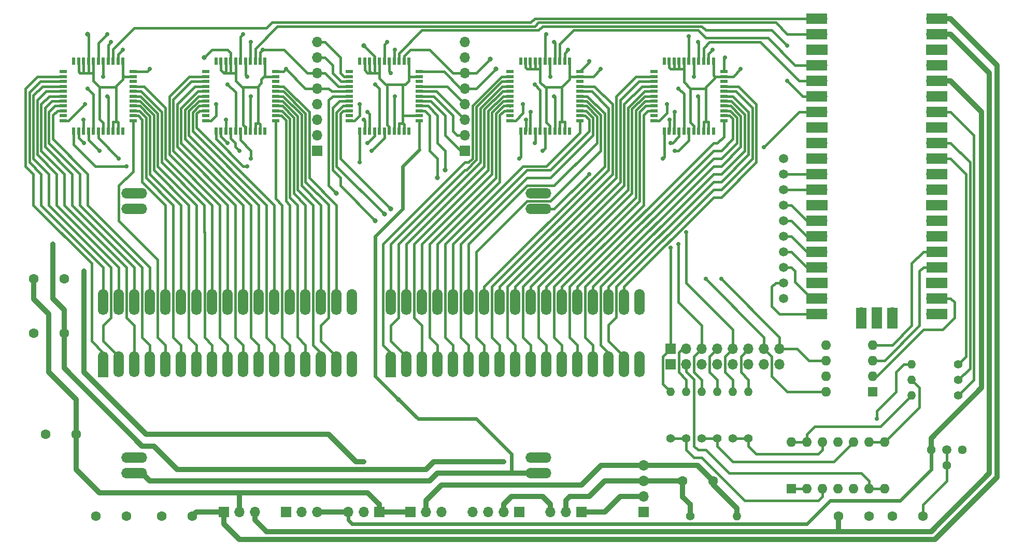
<source format=gbr>
%TF.GenerationSoftware,KiCad,Pcbnew,7.0.7*%
%TF.CreationDate,2024-11-27T08:57:40-05:00*%
%TF.ProjectId,cross-point-exp-brd-mini-lc,63726f73-732d-4706-9f69-6e742d657870,rev?*%
%TF.SameCoordinates,Original*%
%TF.FileFunction,Copper,L1,Top*%
%TF.FilePolarity,Positive*%
%FSLAX46Y46*%
G04 Gerber Fmt 4.6, Leading zero omitted, Abs format (unit mm)*
G04 Created by KiCad (PCBNEW 7.0.7) date 2024-11-27 08:57:40*
%MOMM*%
%LPD*%
G01*
G04 APERTURE LIST*
%TA.AperFunction,ComponentPad*%
%ADD10C,1.600000*%
%TD*%
%TA.AperFunction,ComponentPad*%
%ADD11C,1.500000*%
%TD*%
%TA.AperFunction,ComponentPad*%
%ADD12R,1.700000X1.700000*%
%TD*%
%TA.AperFunction,ComponentPad*%
%ADD13O,1.700000X1.700000*%
%TD*%
%TA.AperFunction,ComponentPad*%
%ADD14C,1.400000*%
%TD*%
%TA.AperFunction,ComponentPad*%
%ADD15O,1.400000X1.400000*%
%TD*%
%TA.AperFunction,ComponentPad*%
%ADD16R,1.600000X1.600000*%
%TD*%
%TA.AperFunction,ComponentPad*%
%ADD17O,1.600000X1.600000*%
%TD*%
%TA.AperFunction,SMDPad,CuDef*%
%ADD18R,1.200000X0.500000*%
%TD*%
%TA.AperFunction,SMDPad,CuDef*%
%ADD19R,0.500000X1.200000*%
%TD*%
%TA.AperFunction,ComponentPad*%
%ADD20O,1.700000X4.240000*%
%TD*%
%TA.AperFunction,ComponentPad*%
%ADD21O,4.240000X1.700000*%
%TD*%
%TA.AperFunction,SMDPad,CuDef*%
%ADD22R,3.500000X1.700000*%
%TD*%
%TA.AperFunction,SMDPad,CuDef*%
%ADD23R,1.700000X3.500000*%
%TD*%
%TA.AperFunction,ComponentPad*%
%ADD24C,1.440000*%
%TD*%
%TA.AperFunction,ViaPad*%
%ADD25C,0.700001*%
%TD*%
%TA.AperFunction,ViaPad*%
%ADD26C,0.800000*%
%TD*%
%TA.AperFunction,Conductor*%
%ADD27C,0.406400*%
%TD*%
%TA.AperFunction,Conductor*%
%ADD28C,0.812800*%
%TD*%
%TA.AperFunction,Conductor*%
%ADD29C,0.609600*%
%TD*%
G04 APERTURE END LIST*
D10*
%TO.P,C2,1*%
%TO.N,Net-(DC1-Pin_4)*%
X190460000Y-128905000D03*
%TO.P,C2,2*%
%TO.N,Net-(DC1-Pin_3)*%
X185460000Y-128905000D03*
%TD*%
D11*
%TO.P,TP10,1,1*%
%TO.N,/Extra1*%
X201930000Y-99060000D03*
%TD*%
D12*
%TO.P,JVEE1,1,Pin_1*%
%TO.N,GND*%
X158750000Y-133985000D03*
D13*
%TO.P,JVEE1,2,Pin_2*%
%TO.N,VEE1*%
X156210000Y-133985000D03*
%TO.P,JVEE1,3,Pin_3*%
%TO.N,VEE*%
X153670000Y-133985000D03*
%TO.P,JVEE1,4,Pin_4*%
%TO.N,GND*%
X151130000Y-133985000D03*
%TD*%
D10*
%TO.P,C5,1*%
%TO.N,VDD1*%
X86360000Y-121285000D03*
%TO.P,C5,2*%
%TO.N,GND*%
X81360000Y-121285000D03*
%TD*%
%TO.P,C3,1*%
%TO.N,VEE*%
X94615000Y-134620000D03*
%TO.P,C3,2*%
%TO.N,GND*%
X89615000Y-134620000D03*
%TD*%
D14*
%TO.P,R9,1*%
%TO.N,Net-(U11D-+)*%
X193675000Y-121920000D03*
D15*
%TO.P,R9,2*%
%TO.N,CinH*%
X193675000Y-114300000D03*
%TD*%
D11*
%TO.P,TP6,1,1*%
%TO.N,Net-(U11B-+)*%
X228600000Y-123825000D03*
%TD*%
D10*
%TO.P,C8,1*%
%TO.N,GND*%
X79415000Y-104775000D03*
%TO.P,C8,2*%
%TO.N,VEE1*%
X84415000Y-104775000D03*
%TD*%
D14*
%TO.P,R12,1*%
%TO.N,Net-(DC1-Pin_3)*%
X186690000Y-134620000D03*
D15*
%TO.P,R12,2*%
%TO.N,Net-(DC1-Pin_4)*%
X194310000Y-134620000D03*
%TD*%
D16*
%TO.P,U10,1,Vdd*%
%TO.N,VSYS*%
X216535000Y-114290000D03*
D17*
%TO.P,U10,2,~{CS}*%
%TO.N,DACCS*%
X216535000Y-111750000D03*
%TO.P,U10,3,SCK*%
%TO.N,DACSCK*%
X216535000Y-109210000D03*
%TO.P,U10,4,SDI*%
%TO.N,DACDATA*%
X216535000Y-106670000D03*
%TO.P,U10,5,~{LDAC}*%
%TO.N,GND*%
X208915000Y-106670000D03*
%TO.P,U10,6,VB*%
%TO.N,DAC2OUT*%
X208915000Y-109210000D03*
%TO.P,U10,7,Vss*%
%TO.N,GND*%
X208915000Y-111750000D03*
%TO.P,U10,8,VA*%
%TO.N,DAC1OUT*%
X208915000Y-114290000D03*
%TD*%
D12*
%TO.P,JpVDD2,1,Pin_1*%
%TO.N,VDD1*%
X140970000Y-133985000D03*
D13*
%TO.P,JpVDD2,2,Pin_2*%
%TO.N,Net-(DC1-Pin_4)*%
X143510000Y-133985000D03*
%TO.P,JpVDD2,3,Pin_3*%
%TO.N,GND*%
X146050000Y-133985000D03*
%TD*%
D18*
%TO.P,U3,1,X14*%
%TO.N,CC14*%
X168666400Y-70025000D03*
%TO.P,U3,2,X15*%
%TO.N,CC15*%
X168666400Y-69225000D03*
%TO.P,U3,3,X6*%
%TO.N,CC6*%
X168666400Y-68425000D03*
%TO.P,U3,4,X7*%
%TO.N,CC7*%
X168666400Y-67625000D03*
%TO.P,U3,5,X8*%
%TO.N,CC8*%
X168666400Y-66825000D03*
%TO.P,U3,6,X9*%
%TO.N,CC9*%
X168666400Y-66025000D03*
%TO.P,U3,7,X10*%
%TO.N,CC10*%
X168666400Y-65225000D03*
%TO.P,U3,8,X11*%
%TO.N,CC11*%
X168666400Y-64425000D03*
%TO.P,U3,9*%
%TO.N,N/C*%
X168666400Y-63625000D03*
%TO.P,U3,10,P/_S*%
%TO.N,GND*%
X168666400Y-62825000D03*
%TO.P,U3,11,Y7*%
%TO.N,JP16*%
X168666400Y-62025000D03*
D19*
%TO.P,U3,12,VSS*%
%TO.N,GND*%
X166966400Y-60325000D03*
%TO.P,U3,13,Y6*%
%TO.N,JP15*%
X166166400Y-60325000D03*
%TO.P,U3,14,STB*%
%TO.N,CSC*%
X165366400Y-60325000D03*
%TO.P,U3,15,Y5*%
%TO.N,JP14*%
X164566400Y-60325000D03*
%TO.P,U3,16,VEE*%
%TO.N,VEE1*%
X163766400Y-60325000D03*
%TO.P,U3,17,Y4*%
%TO.N,JP13*%
X162966400Y-60325000D03*
%TO.P,U3,18,AX1*%
%TO.N,GND*%
X162166400Y-60325000D03*
%TO.P,U3,19,AX2*%
X161366400Y-60325000D03*
%TO.P,U3,20,AY0*%
X160566400Y-60325000D03*
%TO.P,U3,21,AY1*%
X159766400Y-60325000D03*
%TO.P,U3,22*%
%TO.N,N/C*%
X158966400Y-60325000D03*
D18*
%TO.P,U3,23*%
X157266400Y-62025000D03*
%TO.P,U3,24,X13*%
%TO.N,CC13*%
X157266400Y-62825000D03*
%TO.P,U3,25,X12*%
%TO.N,CC12*%
X157266400Y-63625000D03*
%TO.P,U3,26,X5*%
%TO.N,CC5*%
X157266400Y-64425000D03*
%TO.P,U3,27,X4*%
%TO.N,CC4*%
X157266400Y-65225000D03*
%TO.P,U3,28,X3*%
%TO.N,CC3*%
X157266400Y-66025000D03*
%TO.P,U3,29,X2*%
%TO.N,CC2*%
X157266400Y-66825000D03*
%TO.P,U3,30,X1*%
%TO.N,CC1*%
X157266400Y-67625000D03*
%TO.P,U3,31,X0*%
%TO.N,CC0*%
X157266400Y-68425000D03*
%TO.P,U3,32*%
%TO.N,N/C*%
X157266400Y-69225000D03*
%TO.P,U3,33,Y0*%
%TO.N,JP9*%
X157266400Y-70025000D03*
D19*
%TO.P,U3,34,CS/CLK*%
%TO.N,CLK*%
X158966400Y-71725000D03*
%TO.P,U3,35,Y1*%
%TO.N,JP10*%
X159766400Y-71725000D03*
%TO.P,U3,36,DATA*%
%TO.N,DATA*%
X160566400Y-71725000D03*
%TO.P,U3,37,Y2*%
%TO.N,JP11*%
X161366400Y-71725000D03*
%TO.P,U3,38,VDD*%
%TO.N,VDD1*%
X162166400Y-71725000D03*
%TO.P,U3,39,Y3*%
%TO.N,JP12*%
X162966400Y-71725000D03*
%TO.P,U3,40,AY2*%
%TO.N,GND*%
X163766400Y-71725000D03*
%TO.P,U3,41,RST*%
%TO.N,RST*%
X164566400Y-71725000D03*
%TO.P,U3,42,AX3*%
%TO.N,GND*%
X165366400Y-71725000D03*
%TO.P,U3,43,AX0*%
X166166400Y-71725000D03*
%TO.P,U3,44*%
%TO.N,N/C*%
X166966400Y-71725000D03*
%TD*%
D12*
%TO.P,J1,1,Pin_1*%
%TO.N,JP4*%
X125730000Y-74930000D03*
D13*
%TO.P,J1,2,Pin_2*%
%TO.N,JP3*%
X125730000Y-72390000D03*
%TO.P,J1,3,Pin_3*%
%TO.N,JP2*%
X125730000Y-69850000D03*
%TO.P,J1,4,Pin_4*%
%TO.N,JP1*%
X125730000Y-67310000D03*
%TO.P,J1,5,Pin_5*%
%TO.N,JP8*%
X125730000Y-64770000D03*
%TO.P,J1,6,Pin_6*%
%TO.N,JP7*%
X125730000Y-62230000D03*
%TO.P,J1,7,Pin_7*%
%TO.N,JP6*%
X125730000Y-59690000D03*
%TO.P,J1,8,Pin_8*%
%TO.N,JP5*%
X125730000Y-57150000D03*
%TD*%
D11*
%TO.P,TP8,1,1*%
%TO.N,Net-(U9-GPIO15)*%
X201930000Y-96520000D03*
%TD*%
D12*
%TO.P,J2,1,Pin_1*%
%TO.N,JP12*%
X149860000Y-74930000D03*
D13*
%TO.P,J2,2,Pin_2*%
%TO.N,JP11*%
X149860000Y-72390000D03*
%TO.P,J2,3,Pin_3*%
%TO.N,JP10*%
X149860000Y-69850000D03*
%TO.P,J2,4,Pin_4*%
%TO.N,JP9*%
X149860000Y-67310000D03*
%TO.P,J2,5,Pin_5*%
%TO.N,JP16*%
X149860000Y-64770000D03*
%TO.P,J2,6,Pin_6*%
%TO.N,JP15*%
X149860000Y-62230000D03*
%TO.P,J2,7,Pin_7*%
%TO.N,JP14*%
X149860000Y-59690000D03*
%TO.P,J2,8,Pin_8*%
%TO.N,JP13*%
X149860000Y-57150000D03*
%TD*%
D12*
%TO.P,J4,1,Pin_1*%
%TO.N,CC13*%
X137795000Y-111125000D03*
D20*
X137795000Y-109855000D03*
%TO.P,J4,2,Pin_2*%
%TO.N,CC5*%
X140335000Y-109855000D03*
D13*
X140335000Y-108585000D03*
D20*
%TO.P,J4,3,Pin_3*%
%TO.N,CC3*%
X142875000Y-109855000D03*
D13*
X142875000Y-108585000D03*
D20*
%TO.P,J4,4,Pin_4*%
%TO.N,CC1*%
X145415000Y-109855000D03*
D13*
X145415000Y-108585000D03*
D20*
%TO.P,J4,5,Pin_5*%
%TO.N,CC14*%
X147955000Y-109855000D03*
D13*
X147955000Y-108585000D03*
D20*
%TO.P,J4,6,Pin_6*%
%TO.N,CC6*%
X150495000Y-109855000D03*
D13*
X150495000Y-108585000D03*
D20*
%TO.P,J4,7,Pin_7*%
%TO.N,CC8*%
X153035000Y-109855000D03*
D13*
X153035000Y-108585000D03*
D20*
%TO.P,J4,8,Pin_8*%
%TO.N,CC10*%
X155575000Y-109855000D03*
D13*
X155575000Y-108585000D03*
D20*
%TO.P,J4,9,Pin_9*%
%TO.N,CD13*%
X158115000Y-109855000D03*
D13*
X158115000Y-108585000D03*
D20*
%TO.P,J4,10,Pin_10*%
%TO.N,CD5*%
X160655000Y-109855000D03*
D13*
X160655000Y-108585000D03*
D20*
%TO.P,J4,11,Pin_11*%
%TO.N,CD3*%
X163195000Y-109855000D03*
D13*
X163195000Y-108585000D03*
D20*
%TO.P,J4,12,Pin_12*%
%TO.N,CD1*%
X165735000Y-109855000D03*
D13*
X165735000Y-108585000D03*
D20*
%TO.P,J4,13,Pin_13*%
%TO.N,CD14*%
X168275000Y-109855000D03*
D13*
X168275000Y-108585000D03*
D20*
%TO.P,J4,14,Pin_14*%
%TO.N,CD6*%
X170815000Y-109855000D03*
D13*
X170815000Y-108585000D03*
D20*
%TO.P,J4,15,Pin_15*%
%TO.N,CD8*%
X173355000Y-109855000D03*
D13*
X173355000Y-108585000D03*
D20*
%TO.P,J4,16,Pin_16*%
%TO.N,CD10*%
X175895000Y-109855000D03*
D13*
X175895000Y-108585000D03*
D20*
%TO.P,J4,17,Pin_17*%
%TO.N,Net-(J4-Pin_17)*%
X178435000Y-109855000D03*
D13*
X178435000Y-108585000D03*
D20*
%TO.P,J4,18,Pin_18*%
%TO.N,CC12*%
X137795000Y-99695000D03*
D13*
X137795000Y-98425000D03*
D20*
%TO.P,J4,19,Pin_19*%
%TO.N,CC4*%
X140335000Y-99695000D03*
D13*
X140335000Y-98425000D03*
D20*
%TO.P,J4,20,Pin_20*%
%TO.N,CC2*%
X142875000Y-99695000D03*
D13*
X142875000Y-98425000D03*
D20*
%TO.P,J4,21,Pin_21*%
%TO.N,CC0*%
X145415000Y-99695000D03*
D13*
X145415000Y-98425000D03*
D20*
%TO.P,J4,22,Pin_22*%
%TO.N,CC15*%
X147955000Y-99695000D03*
D13*
X147955000Y-98425000D03*
D20*
%TO.P,J4,23,Pin_23*%
%TO.N,CC7*%
X150495000Y-99695000D03*
D13*
X150495000Y-98425000D03*
D20*
%TO.P,J4,24,Pin_24*%
%TO.N,CC9*%
X153035000Y-99695000D03*
D13*
X153035000Y-98425000D03*
D20*
%TO.P,J4,25,Pin_25*%
%TO.N,CC11*%
X155575000Y-99695000D03*
D13*
X155575000Y-98425000D03*
D20*
%TO.P,J4,26,Pin_26*%
%TO.N,CD12*%
X158115000Y-99695000D03*
D13*
X158115000Y-98425000D03*
D20*
%TO.P,J4,27,Pin_27*%
%TO.N,CD4*%
X160655000Y-99695000D03*
D13*
X160655000Y-98425000D03*
D20*
%TO.P,J4,28,Pin_28*%
%TO.N,CD2*%
X163195000Y-99695000D03*
D13*
X163195000Y-98425000D03*
D20*
%TO.P,J4,29,Pin_29*%
%TO.N,CD0*%
X165735000Y-99695000D03*
D13*
X165735000Y-98425000D03*
D20*
%TO.P,J4,30,Pin_30*%
%TO.N,CD15*%
X168275000Y-99695000D03*
D13*
X168275000Y-98425000D03*
D20*
%TO.P,J4,31,Pin_31*%
%TO.N,CD7*%
X170815000Y-99695000D03*
D13*
X170815000Y-98425000D03*
D20*
%TO.P,J4,32,Pin_32*%
%TO.N,CD9*%
X173355000Y-99695000D03*
D13*
X173355000Y-98425000D03*
D20*
%TO.P,J4,33,Pin_33*%
%TO.N,CD11*%
X175895000Y-99695000D03*
D13*
X175895000Y-98425000D03*
D20*
%TO.P,J4,34,Pin_34*%
%TO.N,Net-(J4-Pin_34)*%
X178435000Y-99695000D03*
D13*
X178435000Y-98425000D03*
%TD*%
D12*
%TO.P,DC1,1,Pin_1*%
%TO.N,GND*%
X179070000Y-133975000D03*
D13*
%TO.P,DC1,2,Pin_2*%
%TO.N,VBUS*%
X179070000Y-131435000D03*
%TO.P,DC1,3,Pin_3*%
%TO.N,Net-(DC1-Pin_3)*%
X179070000Y-128895000D03*
%TO.P,DC1,4,Pin_4*%
%TO.N,Net-(DC1-Pin_4)*%
X179070000Y-126355000D03*
%TD*%
D14*
%TO.P,R1,1*%
%TO.N,ADC0*%
X230505000Y-109855000D03*
D15*
%TO.P,R1,2*%
%TO.N,Net-(U11A--)*%
X222885000Y-109855000D03*
%TD*%
D10*
%TO.P,C1,1*%
%TO.N,Net-(U11B-+)*%
X224750000Y-134620000D03*
%TO.P,C1,2*%
%TO.N,GND*%
X219750000Y-134620000D03*
%TD*%
D14*
%TO.P,R8,1*%
%TO.N,Net-(U11D-+)*%
X196215000Y-121920000D03*
D15*
%TO.P,R8,2*%
%TO.N,CinL*%
X196215000Y-114300000D03*
%TD*%
D11*
%TO.P,TP0,1,1*%
%TO.N,Net-(U9-GPIO8)*%
X201930000Y-78740000D03*
%TD*%
D13*
%TO.P,J6,1,Pin_1*%
%TO.N,VEE*%
X94615000Y-127635000D03*
D21*
X95885000Y-127635000D03*
D13*
%TO.P,J6,2,Pin_2*%
%TO.N,VCC*%
X94615000Y-125095000D03*
D21*
X95885000Y-125095000D03*
D13*
%TO.P,J6,3,Pin_3*%
%TO.N,VEE*%
X160655000Y-127635000D03*
D21*
X161925000Y-127635000D03*
D13*
%TO.P,J6,4,Pin_4*%
%TO.N,VCC*%
X160655000Y-125095000D03*
D21*
X161925000Y-125095000D03*
%TD*%
D14*
%TO.P,R6,1*%
%TO.N,Net-(U11C-+)*%
X191135000Y-121920000D03*
D15*
%TO.P,R6,2*%
%TO.N,BinL*%
X191135000Y-114300000D03*
%TD*%
D14*
%TO.P,R4,1*%
%TO.N,Net-(U11A-+)*%
X186055000Y-121920000D03*
D15*
%TO.P,R4,2*%
%TO.N,AinL*%
X186055000Y-114300000D03*
%TD*%
D12*
%TO.P,JpVDD1,1,Pin_1*%
%TO.N,VBUS*%
X110490000Y-133985000D03*
D13*
%TO.P,JpVDD1,2,Pin_2*%
%TO.N,VDD1*%
X113030000Y-133985000D03*
%TO.P,JpVDD1,3,Pin_3*%
%TO.N,VSYS*%
X115570000Y-133985000D03*
%TD*%
D12*
%TO.P,J8,1,Pin_1*%
%TO.N,V165*%
X183515000Y-109855000D03*
D13*
%TO.P,J8,2,Pin_2*%
X186055000Y-109855000D03*
%TO.P,J8,3,Pin_3*%
X188595000Y-109855000D03*
%TO.P,J8,4,Pin_4*%
X191135000Y-109855000D03*
%TO.P,J8,5,Pin_5*%
X193675000Y-109855000D03*
%TO.P,J8,6,Pin_6*%
X196215000Y-109855000D03*
%TO.P,J8,7,Pin_7*%
%TO.N,GND*%
X198755000Y-109855000D03*
%TO.P,J8,8,Pin_8*%
X201295000Y-109855000D03*
%TD*%
D12*
%TO.P,JpVDD5,1,Pin_1*%
%TO.N,VDD1*%
X135890000Y-133985000D03*
D13*
%TO.P,JpVDD5,2,Pin_2*%
%TO.N,VDD*%
X133350000Y-133985000D03*
%TO.P,JpVDD5,3,Pin_3*%
%TO.N,V3P3*%
X130810000Y-133985000D03*
%TD*%
D11*
%TO.P,TP3,1,1*%
%TO.N,Net-(U9-GPIO11)*%
X201930000Y-86360000D03*
%TD*%
D12*
%TO.P,J3,1,Pin_1*%
%TO.N,CA13*%
X90805000Y-111125000D03*
D20*
X90805000Y-109855000D03*
%TO.P,J3,2,Pin_2*%
%TO.N,CA5*%
X93345000Y-109855000D03*
D13*
X93345000Y-108585000D03*
D20*
%TO.P,J3,3,Pin_3*%
%TO.N,CA3*%
X95885000Y-109855000D03*
D13*
X95885000Y-108585000D03*
D20*
%TO.P,J3,4,Pin_4*%
%TO.N,CA1*%
X98425000Y-109855000D03*
D13*
X98425000Y-108585000D03*
D20*
%TO.P,J3,5,Pin_5*%
%TO.N,CA14*%
X100965000Y-109855000D03*
D13*
X100965000Y-108585000D03*
D20*
%TO.P,J3,6,Pin_6*%
%TO.N,CA6*%
X103505000Y-109855000D03*
D13*
X103505000Y-108585000D03*
D20*
%TO.P,J3,7,Pin_7*%
%TO.N,CA8*%
X106045000Y-109855000D03*
D13*
X106045000Y-108585000D03*
D20*
%TO.P,J3,8,Pin_8*%
%TO.N,CA10*%
X108585000Y-109855000D03*
D13*
X108585000Y-108585000D03*
D20*
%TO.P,J3,9,Pin_9*%
%TO.N,CB13*%
X111125000Y-109855000D03*
D13*
X111125000Y-108585000D03*
D20*
%TO.P,J3,10,Pin_10*%
%TO.N,CB5*%
X113665000Y-109855000D03*
D13*
X113665000Y-108585000D03*
D20*
%TO.P,J3,11,Pin_11*%
%TO.N,CB3*%
X116205000Y-109855000D03*
D13*
X116205000Y-108585000D03*
D20*
%TO.P,J3,12,Pin_12*%
%TO.N,CB1*%
X118745000Y-109855000D03*
D13*
X118745000Y-108585000D03*
D20*
%TO.P,J3,13,Pin_13*%
%TO.N,CB14*%
X121285000Y-109855000D03*
D13*
X121285000Y-108585000D03*
D20*
%TO.P,J3,14,Pin_14*%
%TO.N,CB6*%
X123825000Y-109855000D03*
D13*
X123825000Y-108585000D03*
D20*
%TO.P,J3,15,Pin_15*%
%TO.N,CB8*%
X126365000Y-109855000D03*
D13*
X126365000Y-108585000D03*
D20*
%TO.P,J3,16,Pin_16*%
%TO.N,CB10*%
X128905000Y-109855000D03*
D13*
X128905000Y-108585000D03*
D20*
%TO.P,J3,17,Pin_17*%
%TO.N,Net-(J3-Pin_17)*%
X131445000Y-109855000D03*
D13*
X131445000Y-108585000D03*
D20*
%TO.P,J3,18,Pin_18*%
%TO.N,CA12*%
X90805000Y-99695000D03*
D13*
X90805000Y-98425000D03*
D20*
%TO.P,J3,19,Pin_19*%
%TO.N,CA4*%
X93345000Y-99695000D03*
D13*
X93345000Y-98425000D03*
D20*
%TO.P,J3,20,Pin_20*%
%TO.N,CA2*%
X95885000Y-99695000D03*
D13*
X95885000Y-98425000D03*
D20*
%TO.P,J3,21,Pin_21*%
%TO.N,CA0*%
X98425000Y-99695000D03*
D13*
X98425000Y-98425000D03*
D20*
%TO.P,J3,22,Pin_22*%
%TO.N,CA15*%
X100965000Y-99695000D03*
D13*
X100965000Y-98425000D03*
D20*
%TO.P,J3,23,Pin_23*%
%TO.N,CA7*%
X103505000Y-99695000D03*
D13*
X103505000Y-98425000D03*
D20*
%TO.P,J3,24,Pin_24*%
%TO.N,CA9*%
X106045000Y-99695000D03*
D13*
X106045000Y-98425000D03*
D20*
%TO.P,J3,25,Pin_25*%
%TO.N,CA11*%
X108585000Y-99695000D03*
D13*
X108585000Y-98425000D03*
D20*
%TO.P,J3,26,Pin_26*%
%TO.N,CB12*%
X111125000Y-99695000D03*
D13*
X111125000Y-98425000D03*
D20*
%TO.P,J3,27,Pin_27*%
%TO.N,CB4*%
X113665000Y-99695000D03*
D13*
X113665000Y-98425000D03*
D20*
%TO.P,J3,28,Pin_28*%
%TO.N,CB2*%
X116205000Y-99695000D03*
D13*
X116205000Y-98425000D03*
D20*
%TO.P,J3,29,Pin_29*%
%TO.N,CB0*%
X118745000Y-99695000D03*
D13*
X118745000Y-98425000D03*
D20*
%TO.P,J3,30,Pin_30*%
%TO.N,CB15*%
X121285000Y-99695000D03*
D13*
X121285000Y-98425000D03*
D20*
%TO.P,J3,31,Pin_31*%
%TO.N,CB7*%
X123825000Y-99695000D03*
D13*
X123825000Y-98425000D03*
D20*
%TO.P,J3,32,Pin_32*%
%TO.N,CB9*%
X126365000Y-99695000D03*
D13*
X126365000Y-98425000D03*
D20*
%TO.P,J3,33,Pin_33*%
%TO.N,CB11*%
X128905000Y-99695000D03*
D13*
X128905000Y-98425000D03*
D20*
%TO.P,J3,34,Pin_34*%
%TO.N,Net-(J3-Pin_34)*%
X131445000Y-99695000D03*
D13*
X131445000Y-98425000D03*
%TD*%
D18*
%TO.P,U1,1,X14*%
%TO.N,CA14*%
X95680000Y-70025000D03*
%TO.P,U1,2,X15*%
%TO.N,CA15*%
X95680000Y-69225000D03*
%TO.P,U1,3,X6*%
%TO.N,CA6*%
X95680000Y-68425000D03*
%TO.P,U1,4,X7*%
%TO.N,CA7*%
X95680000Y-67625000D03*
%TO.P,U1,5,X8*%
%TO.N,CA8*%
X95680000Y-66825000D03*
%TO.P,U1,6,X9*%
%TO.N,CA9*%
X95680000Y-66025000D03*
%TO.P,U1,7,X10*%
%TO.N,CA10*%
X95680000Y-65225000D03*
%TO.P,U1,8,X11*%
%TO.N,CA11*%
X95680000Y-64425000D03*
%TO.P,U1,9*%
%TO.N,N/C*%
X95680000Y-63625000D03*
%TO.P,U1,10,P/_S*%
%TO.N,GND*%
X95680000Y-62825000D03*
%TO.P,U1,11,Y7*%
%TO.N,JP8*%
X95680000Y-62025000D03*
D19*
%TO.P,U1,12,VSS*%
%TO.N,GND*%
X93980000Y-60325000D03*
%TO.P,U1,13,Y6*%
%TO.N,JP7*%
X93180000Y-60325000D03*
%TO.P,U1,14,STB*%
%TO.N,CSA*%
X92380000Y-60325000D03*
%TO.P,U1,15,Y5*%
%TO.N,JP6*%
X91580000Y-60325000D03*
%TO.P,U1,16,VEE*%
%TO.N,VEE1*%
X90780000Y-60325000D03*
%TO.P,U1,17,Y4*%
%TO.N,JP5*%
X89980000Y-60325000D03*
%TO.P,U1,18,AX1*%
%TO.N,GND*%
X89180000Y-60325000D03*
%TO.P,U1,19,AX2*%
X88380000Y-60325000D03*
%TO.P,U1,20,AY0*%
X87580000Y-60325000D03*
%TO.P,U1,21,AY1*%
X86780000Y-60325000D03*
%TO.P,U1,22*%
%TO.N,N/C*%
X85980000Y-60325000D03*
D18*
%TO.P,U1,23*%
X84280000Y-62025000D03*
%TO.P,U1,24,X13*%
%TO.N,CA13*%
X84280000Y-62825000D03*
%TO.P,U1,25,X12*%
%TO.N,CA12*%
X84280000Y-63625000D03*
%TO.P,U1,26,X5*%
%TO.N,CA5*%
X84280000Y-64425000D03*
%TO.P,U1,27,X4*%
%TO.N,CA4*%
X84280000Y-65225000D03*
%TO.P,U1,28,X3*%
%TO.N,CA3*%
X84280000Y-66025000D03*
%TO.P,U1,29,X2*%
%TO.N,CA2*%
X84280000Y-66825000D03*
%TO.P,U1,30,X1*%
%TO.N,CA1*%
X84280000Y-67625000D03*
%TO.P,U1,31,X0*%
%TO.N,CA0*%
X84280000Y-68425000D03*
%TO.P,U1,32*%
%TO.N,N/C*%
X84280000Y-69225000D03*
%TO.P,U1,33,Y0*%
%TO.N,JP1*%
X84280000Y-70025000D03*
D19*
%TO.P,U1,34,CS/CLK*%
%TO.N,CLK*%
X85980000Y-71725000D03*
%TO.P,U1,35,Y1*%
%TO.N,JP2*%
X86780000Y-71725000D03*
%TO.P,U1,36,DATA*%
%TO.N,DATA*%
X87580000Y-71725000D03*
%TO.P,U1,37,Y2*%
%TO.N,JP3*%
X88380000Y-71725000D03*
%TO.P,U1,38,VDD*%
%TO.N,VDD1*%
X89180000Y-71725000D03*
%TO.P,U1,39,Y3*%
%TO.N,JP4*%
X89980000Y-71725000D03*
%TO.P,U1,40,AY2*%
%TO.N,GND*%
X90780000Y-71725000D03*
%TO.P,U1,41,RST*%
%TO.N,RST*%
X91580000Y-71725000D03*
%TO.P,U1,42,AX3*%
%TO.N,GND*%
X92380000Y-71725000D03*
%TO.P,U1,43,AX0*%
X93180000Y-71725000D03*
%TO.P,U1,44*%
%TO.N,N/C*%
X93980000Y-71725000D03*
%TD*%
D14*
%TO.P,R2,1*%
%TO.N,ADC1*%
X230505000Y-112395000D03*
D15*
%TO.P,R2,2*%
%TO.N,Net-(U11C--)*%
X222885000Y-112395000D03*
%TD*%
D12*
%TO.P,J7,1,Pin_1*%
%TO.N,AinH*%
X183515000Y-107315000D03*
D13*
%TO.P,J7,2,Pin_2*%
%TO.N,AinL*%
X186055000Y-107315000D03*
%TO.P,J7,3,Pin_3*%
%TO.N,BinH*%
X188595000Y-107315000D03*
%TO.P,J7,4,Pin_4*%
%TO.N,BinL*%
X191135000Y-107315000D03*
%TO.P,J7,5,Pin_5*%
%TO.N,CinH*%
X193675000Y-107315000D03*
%TO.P,J7,6,Pin_6*%
%TO.N,CinL*%
X196215000Y-107315000D03*
%TO.P,J7,7,Pin_7*%
%TO.N,DAC1OUT*%
X198755000Y-107315000D03*
%TO.P,J7,8,Pin_8*%
%TO.N,DAC2OUT*%
X201295000Y-107315000D03*
%TD*%
D10*
%TO.P,C6,1*%
%TO.N,VSYS*%
X210900000Y-134620000D03*
%TO.P,C6,2*%
%TO.N,GND*%
X215900000Y-134620000D03*
%TD*%
D11*
%TO.P,TP4,1,1*%
%TO.N,Net-(U9-GPIO12)*%
X201930000Y-88900000D03*
%TD*%
D16*
%TO.P,U11,1*%
%TO.N,Net-(U11A--)*%
X203195000Y-130165000D03*
D17*
%TO.P,U11,2,-*%
X205735000Y-130165000D03*
%TO.P,U11,3,+*%
%TO.N,Net-(U11A-+)*%
X208275000Y-130165000D03*
%TO.P,U11,4,V+*%
%TO.N,VSYS*%
X210815000Y-130165000D03*
%TO.P,U11,5,+*%
%TO.N,Net-(U11B-+)*%
X213355000Y-130165000D03*
%TO.P,U11,6,-*%
%TO.N,V165*%
X215895000Y-130165000D03*
%TO.P,U11,7*%
X218435000Y-130165000D03*
%TO.P,U11,8*%
%TO.N,Net-(U11C--)*%
X218435000Y-122545000D03*
%TO.P,U11,9,-*%
X215895000Y-122545000D03*
%TO.P,U11,10,+*%
%TO.N,Net-(U11C-+)*%
X213355000Y-122545000D03*
%TO.P,U11,11,V-*%
%TO.N,GND*%
X210815000Y-122545000D03*
%TO.P,U11,12,+*%
%TO.N,Net-(U11D-+)*%
X208275000Y-122545000D03*
%TO.P,U11,13,-*%
%TO.N,Net-(U11D--)*%
X205735000Y-122545000D03*
%TO.P,U11,14*%
X203195000Y-122545000D03*
%TD*%
D14*
%TO.P,R3,1*%
%TO.N,ADC2*%
X230505000Y-114935000D03*
D15*
%TO.P,R3,2*%
%TO.N,Net-(U11D--)*%
X222885000Y-114935000D03*
%TD*%
D18*
%TO.P,U2,1,X14*%
%TO.N,CB14*%
X118920000Y-70025000D03*
%TO.P,U2,2,X15*%
%TO.N,CB15*%
X118920000Y-69225000D03*
%TO.P,U2,3,X6*%
%TO.N,CB6*%
X118920000Y-68425000D03*
%TO.P,U2,4,X7*%
%TO.N,CB7*%
X118920000Y-67625000D03*
%TO.P,U2,5,X8*%
%TO.N,CB8*%
X118920000Y-66825000D03*
%TO.P,U2,6,X9*%
%TO.N,CB9*%
X118920000Y-66025000D03*
%TO.P,U2,7,X10*%
%TO.N,CB10*%
X118920000Y-65225000D03*
%TO.P,U2,8,X11*%
%TO.N,CB11*%
X118920000Y-64425000D03*
%TO.P,U2,9*%
%TO.N,N/C*%
X118920000Y-63625000D03*
%TO.P,U2,10,P/_S*%
%TO.N,GND*%
X118920000Y-62825000D03*
%TO.P,U2,11,Y7*%
%TO.N,JP8*%
X118920000Y-62025000D03*
D19*
%TO.P,U2,12,VSS*%
%TO.N,GND*%
X117220000Y-60325000D03*
%TO.P,U2,13,Y6*%
%TO.N,JP7*%
X116420000Y-60325000D03*
%TO.P,U2,14,STB*%
%TO.N,CSB*%
X115620000Y-60325000D03*
%TO.P,U2,15,Y5*%
%TO.N,JP6*%
X114820000Y-60325000D03*
%TO.P,U2,16,VEE*%
%TO.N,VEE1*%
X114020000Y-60325000D03*
%TO.P,U2,17,Y4*%
%TO.N,JP5*%
X113220000Y-60325000D03*
%TO.P,U2,18,AX1*%
%TO.N,GND*%
X112420000Y-60325000D03*
%TO.P,U2,19,AX2*%
X111620000Y-60325000D03*
%TO.P,U2,20,AY0*%
X110820000Y-60325000D03*
%TO.P,U2,21,AY1*%
X110020000Y-60325000D03*
%TO.P,U2,22*%
%TO.N,N/C*%
X109220000Y-60325000D03*
D18*
%TO.P,U2,23*%
X107520000Y-62025000D03*
%TO.P,U2,24,X13*%
%TO.N,CB13*%
X107520000Y-62825000D03*
%TO.P,U2,25,X12*%
%TO.N,CB12*%
X107520000Y-63625000D03*
%TO.P,U2,26,X5*%
%TO.N,CB5*%
X107520000Y-64425000D03*
%TO.P,U2,27,X4*%
%TO.N,CB4*%
X107520000Y-65225000D03*
%TO.P,U2,28,X3*%
%TO.N,CB3*%
X107520000Y-66025000D03*
%TO.P,U2,29,X2*%
%TO.N,CB2*%
X107520000Y-66825000D03*
%TO.P,U2,30,X1*%
%TO.N,CB1*%
X107520000Y-67625000D03*
%TO.P,U2,31,X0*%
%TO.N,CB0*%
X107520000Y-68425000D03*
%TO.P,U2,32*%
%TO.N,N/C*%
X107520000Y-69225000D03*
%TO.P,U2,33,Y0*%
%TO.N,JP1*%
X107520000Y-70025000D03*
D19*
%TO.P,U2,34,CS/CLK*%
%TO.N,CLK*%
X109220000Y-71725000D03*
%TO.P,U2,35,Y1*%
%TO.N,JP2*%
X110020000Y-71725000D03*
%TO.P,U2,36,DATA*%
%TO.N,DATA*%
X110820000Y-71725000D03*
%TO.P,U2,37,Y2*%
%TO.N,JP3*%
X111620000Y-71725000D03*
%TO.P,U2,38,VDD*%
%TO.N,VDD1*%
X112420000Y-71725000D03*
%TO.P,U2,39,Y3*%
%TO.N,JP4*%
X113220000Y-71725000D03*
%TO.P,U2,40,AY2*%
%TO.N,GND*%
X114020000Y-71725000D03*
%TO.P,U2,41,RST*%
%TO.N,RST*%
X114820000Y-71725000D03*
%TO.P,U2,42,AX3*%
%TO.N,GND*%
X115620000Y-71725000D03*
%TO.P,U2,43,AX0*%
X116420000Y-71725000D03*
%TO.P,U2,44*%
%TO.N,N/C*%
X117220000Y-71725000D03*
%TD*%
D11*
%TO.P,TP5,1,1*%
%TO.N,Net-(U9-GPIO13)*%
X201930000Y-91440000D03*
%TD*%
%TO.P,TP2,1,1*%
%TO.N,Net-(U9-GPIO10)*%
X201930000Y-83820000D03*
%TD*%
D12*
%TO.P,JpVDD4,1,Pin_1*%
%TO.N,GND*%
X120650000Y-133985000D03*
D13*
%TO.P,JpVDD4,2,Pin_2*%
%TO.N,VCC*%
X123190000Y-133985000D03*
%TO.P,JpVDD4,3,Pin_3*%
%TO.N,V3P3*%
X125730000Y-133985000D03*
%TD*%
%TO.P,U9,1,GPIO0*%
%TO.N,CSA*%
X208280000Y-53340000D03*
D22*
X207380000Y-53340000D03*
D13*
%TO.P,U9,2,GPIO1*%
%TO.N,CSB*%
X208280000Y-55880000D03*
D22*
X207380000Y-55880000D03*
D12*
%TO.P,U9,3,GND*%
%TO.N,GND*%
X208280000Y-58420000D03*
D22*
X207380000Y-58420000D03*
D13*
%TO.P,U9,4,GPIO2*%
%TO.N,CSC*%
X208280000Y-60960000D03*
D22*
X207380000Y-60960000D03*
D13*
%TO.P,U9,5,GPIO3*%
%TO.N,CSD*%
X208280000Y-63500000D03*
D22*
X207380000Y-63500000D03*
D13*
%TO.P,U9,6,GPIO4*%
%TO.N,CSE*%
X208280000Y-66040000D03*
D22*
X207380000Y-66040000D03*
D13*
%TO.P,U9,7,GPIO5*%
%TO.N,CLK*%
X208280000Y-68580000D03*
D22*
X207380000Y-68580000D03*
D12*
%TO.P,U9,8,GND*%
%TO.N,GND*%
X208280000Y-71120000D03*
D22*
X207380000Y-71120000D03*
D13*
%TO.P,U9,9,GPIO6*%
%TO.N,RST*%
X208280000Y-73660000D03*
D22*
X207380000Y-73660000D03*
D13*
%TO.P,U9,10,GPIO7*%
%TO.N,DATA*%
X208280000Y-76200000D03*
D22*
X207380000Y-76200000D03*
D13*
%TO.P,U9,11,GPIO8*%
%TO.N,Net-(U9-GPIO8)*%
X208280000Y-78740000D03*
D22*
X207380000Y-78740000D03*
D13*
%TO.P,U9,12,GPIO9*%
%TO.N,Net-(U9-GPIO9)*%
X208280000Y-81280000D03*
D22*
X207380000Y-81280000D03*
D12*
%TO.P,U9,13,GND*%
%TO.N,GND*%
X208280000Y-83820000D03*
D22*
X207380000Y-83820000D03*
D13*
%TO.P,U9,14,GPIO10*%
%TO.N,Net-(U9-GPIO10)*%
X208280000Y-86360000D03*
D22*
X207380000Y-86360000D03*
D13*
%TO.P,U9,15,GPIO11*%
%TO.N,Net-(U9-GPIO11)*%
X208280000Y-88900000D03*
D22*
X207380000Y-88900000D03*
D13*
%TO.P,U9,16,GPIO12*%
%TO.N,Net-(U9-GPIO12)*%
X208280000Y-91440000D03*
D22*
X207380000Y-91440000D03*
D13*
%TO.P,U9,17,GPIO13*%
%TO.N,Net-(U9-GPIO13)*%
X208280000Y-93980000D03*
D22*
X207380000Y-93980000D03*
D12*
%TO.P,U9,18,GND*%
%TO.N,GND*%
X208280000Y-96520000D03*
D22*
X207380000Y-96520000D03*
D13*
%TO.P,U9,19,GPIO14*%
%TO.N,Net-(U9-GPIO14)*%
X208280000Y-99060000D03*
D22*
X207380000Y-99060000D03*
D13*
%TO.P,U9,20,GPIO15*%
%TO.N,Net-(U9-GPIO15)*%
X208280000Y-101600000D03*
D22*
X207380000Y-101600000D03*
D13*
%TO.P,U9,21,GPIO16*%
%TO.N,unconnected-(U9-GPIO16-Pad21)*%
X226060000Y-101600000D03*
D22*
X226960000Y-101600000D03*
D13*
%TO.P,U9,22,GPIO17*%
%TO.N,DACCS*%
X226060000Y-99060000D03*
D22*
X226960000Y-99060000D03*
D12*
%TO.P,U9,23,GND*%
%TO.N,GND*%
X226060000Y-96520000D03*
D22*
X226960000Y-96520000D03*
D13*
%TO.P,U9,24,GPIO18*%
%TO.N,DACSCK*%
X226060000Y-93980000D03*
D22*
X226960000Y-93980000D03*
D13*
%TO.P,U9,25,GPIO19*%
%TO.N,DACDATA*%
X226060000Y-91440000D03*
D22*
X226960000Y-91440000D03*
D13*
%TO.P,U9,26,GPIO20*%
%TO.N,unconnected-(U9-GPIO20-Pad26)*%
X226060000Y-88900000D03*
D22*
X226960000Y-88900000D03*
D13*
%TO.P,U9,27,GPIO21*%
%TO.N,unconnected-(U9-GPIO21-Pad27)*%
X226060000Y-86360000D03*
D22*
X226960000Y-86360000D03*
D12*
%TO.P,U9,28,GND*%
%TO.N,GND*%
X226060000Y-83820000D03*
D22*
X226960000Y-83820000D03*
D13*
%TO.P,U9,29,GPIO22*%
%TO.N,unconnected-(U9-GPIO22-Pad29)*%
X226060000Y-81280000D03*
D22*
X226960000Y-81280000D03*
D13*
%TO.P,U9,30,RUN*%
%TO.N,unconnected-(U9-RUN-Pad30)*%
X226060000Y-78740000D03*
D22*
X226960000Y-78740000D03*
D13*
%TO.P,U9,31,GPIO26_ADC0*%
%TO.N,ADC0*%
X226060000Y-76200000D03*
D22*
X226960000Y-76200000D03*
D13*
%TO.P,U9,32,GPIO27_ADC1*%
%TO.N,ADC1*%
X226060000Y-73660000D03*
D22*
X226960000Y-73660000D03*
D12*
%TO.P,U9,33,AGND*%
%TO.N,GND*%
X226060000Y-71120000D03*
D22*
X226960000Y-71120000D03*
D13*
%TO.P,U9,34,GPIO28_ADC2*%
%TO.N,ADC2*%
X226060000Y-68580000D03*
D22*
X226960000Y-68580000D03*
D13*
%TO.P,U9,35,ADC_VREF*%
%TO.N,unconnected-(U9-ADC_VREF-Pad35)*%
X226060000Y-66040000D03*
D22*
X226960000Y-66040000D03*
D13*
%TO.P,U9,36,3V3*%
%TO.N,V3P3*%
X226060000Y-63500000D03*
D22*
X226960000Y-63500000D03*
D13*
%TO.P,U9,37,3V3_EN*%
%TO.N,unconnected-(U9-3V3_EN-Pad37)*%
X226060000Y-60960000D03*
D22*
X226960000Y-60960000D03*
D12*
%TO.P,U9,38,GND*%
%TO.N,GND*%
X226060000Y-58420000D03*
D22*
X226960000Y-58420000D03*
D13*
%TO.P,U9,39,VSYS*%
%TO.N,VSYS*%
X226060000Y-55880000D03*
D22*
X226960000Y-55880000D03*
D13*
%TO.P,U9,40,VBUS*%
%TO.N,VBUS*%
X226060000Y-53340000D03*
D22*
X226960000Y-53340000D03*
D13*
%TO.P,U9,41,SWCLK*%
%TO.N,unconnected-(U9-SWCLK-Pad41)*%
X214630000Y-101370000D03*
D23*
X214630000Y-102270000D03*
D12*
%TO.P,U9,42,GND*%
%TO.N,unconnected-(U9-GND-Pad42)*%
X217170000Y-101370000D03*
D23*
X217170000Y-102270000D03*
D13*
%TO.P,U9,43,SWDIO*%
%TO.N,unconnected-(U9-SWDIO-Pad43)*%
X219710000Y-101370000D03*
D23*
X219710000Y-102270000D03*
%TD*%
D13*
%TO.P,J5,1,Pin_1*%
%TO.N,GND*%
X94615000Y-84455000D03*
D21*
X95885000Y-84455000D03*
D13*
%TO.P,J5,2,Pin_2*%
%TO.N,VDD*%
X94615000Y-81915000D03*
D21*
X95885000Y-81915000D03*
D13*
%TO.P,J5,3,Pin_3*%
%TO.N,GND*%
X160655000Y-84455000D03*
D21*
X161925000Y-84455000D03*
D13*
%TO.P,J5,4,Pin_4*%
%TO.N,VDD*%
X160655000Y-81915000D03*
D21*
X161925000Y-81915000D03*
%TD*%
D10*
%TO.P,C4,1*%
%TO.N,VBUS*%
X105330000Y-134620000D03*
%TO.P,C4,2*%
%TO.N,GND*%
X100330000Y-134620000D03*
%TD*%
D18*
%TO.P,U4,1,X14*%
%TO.N,CD14*%
X192161400Y-70025000D03*
%TO.P,U4,2,X15*%
%TO.N,CD15*%
X192161400Y-69225000D03*
%TO.P,U4,3,X6*%
%TO.N,CD6*%
X192161400Y-68425000D03*
%TO.P,U4,4,X7*%
%TO.N,CD7*%
X192161400Y-67625000D03*
%TO.P,U4,5,X8*%
%TO.N,CD8*%
X192161400Y-66825000D03*
%TO.P,U4,6,X9*%
%TO.N,CD9*%
X192161400Y-66025000D03*
%TO.P,U4,7,X10*%
%TO.N,CD10*%
X192161400Y-65225000D03*
%TO.P,U4,8,X11*%
%TO.N,CD11*%
X192161400Y-64425000D03*
%TO.P,U4,9*%
%TO.N,N/C*%
X192161400Y-63625000D03*
%TO.P,U4,10,P/_S*%
%TO.N,GND*%
X192161400Y-62825000D03*
%TO.P,U4,11,Y7*%
%TO.N,JP16*%
X192161400Y-62025000D03*
D19*
%TO.P,U4,12,VSS*%
%TO.N,GND*%
X190461400Y-60325000D03*
%TO.P,U4,13,Y6*%
%TO.N,JP15*%
X189661400Y-60325000D03*
%TO.P,U4,14,STB*%
%TO.N,CSD*%
X188861400Y-60325000D03*
%TO.P,U4,15,Y5*%
%TO.N,JP14*%
X188061400Y-60325000D03*
%TO.P,U4,16,VEE*%
%TO.N,VEE1*%
X187261400Y-60325000D03*
%TO.P,U4,17,Y4*%
%TO.N,JP13*%
X186461400Y-60325000D03*
%TO.P,U4,18,AX1*%
%TO.N,GND*%
X185661400Y-60325000D03*
%TO.P,U4,19,AX2*%
X184861400Y-60325000D03*
%TO.P,U4,20,AY0*%
X184061400Y-60325000D03*
%TO.P,U4,21,AY1*%
X183261400Y-60325000D03*
%TO.P,U4,22*%
%TO.N,N/C*%
X182461400Y-60325000D03*
D18*
%TO.P,U4,23*%
X180761400Y-62025000D03*
%TO.P,U4,24,X13*%
%TO.N,CD13*%
X180761400Y-62825000D03*
%TO.P,U4,25,X12*%
%TO.N,CD12*%
X180761400Y-63625000D03*
%TO.P,U4,26,X5*%
%TO.N,CD5*%
X180761400Y-64425000D03*
%TO.P,U4,27,X4*%
%TO.N,CD4*%
X180761400Y-65225000D03*
%TO.P,U4,28,X3*%
%TO.N,CD3*%
X180761400Y-66025000D03*
%TO.P,U4,29,X2*%
%TO.N,CD2*%
X180761400Y-66825000D03*
%TO.P,U4,30,X1*%
%TO.N,CD1*%
X180761400Y-67625000D03*
%TO.P,U4,31,X0*%
%TO.N,CD0*%
X180761400Y-68425000D03*
%TO.P,U4,32*%
%TO.N,N/C*%
X180761400Y-69225000D03*
%TO.P,U4,33,Y0*%
%TO.N,JP9*%
X180761400Y-70025000D03*
D19*
%TO.P,U4,34,CS/CLK*%
%TO.N,CLK*%
X182461400Y-71725000D03*
%TO.P,U4,35,Y1*%
%TO.N,JP10*%
X183261400Y-71725000D03*
%TO.P,U4,36,DATA*%
%TO.N,DATA*%
X184061400Y-71725000D03*
%TO.P,U4,37,Y2*%
%TO.N,JP11*%
X184861400Y-71725000D03*
%TO.P,U4,38,VDD*%
%TO.N,VDD1*%
X185661400Y-71725000D03*
%TO.P,U4,39,Y3*%
%TO.N,JP12*%
X186461400Y-71725000D03*
%TO.P,U4,40,AY2*%
%TO.N,GND*%
X187261400Y-71725000D03*
%TO.P,U4,41,RST*%
%TO.N,RST*%
X188061400Y-71725000D03*
%TO.P,U4,42,AX3*%
%TO.N,GND*%
X188861400Y-71725000D03*
%TO.P,U4,43,AX0*%
X189661400Y-71725000D03*
%TO.P,U4,44*%
%TO.N,N/C*%
X190461400Y-71725000D03*
%TD*%
D14*
%TO.P,R7,1*%
%TO.N,Net-(U11C-+)*%
X188595000Y-121920000D03*
D15*
%TO.P,R7,2*%
%TO.N,BinH*%
X188595000Y-114300000D03*
%TD*%
D11*
%TO.P,TP7,1,1*%
%TO.N,Net-(U9-GPIO14)*%
X201930000Y-93980000D03*
%TD*%
%TO.P,TP1,1,1*%
%TO.N,Net-(U9-GPIO9)*%
X201930000Y-81280000D03*
%TD*%
D18*
%TO.P,U5,1,X14*%
%TO.N,VEE*%
X142415000Y-70025000D03*
%TO.P,U5,2,X15*%
%TO.N,GND*%
X142415000Y-69225000D03*
%TO.P,U5,3,X6*%
%TO.N,BinH*%
X142415000Y-68425000D03*
%TO.P,U5,4,X7*%
%TO.N,CinH*%
X142415000Y-67625000D03*
%TO.P,U5,5,X8*%
%TO.N,JP12*%
X142415000Y-66825000D03*
%TO.P,U5,6,X9*%
%TO.N,JP11*%
X142415000Y-66025000D03*
%TO.P,U5,7,X10*%
%TO.N,JP10*%
X142415000Y-65225000D03*
%TO.P,U5,8,X11*%
%TO.N,JP9*%
X142415000Y-64425000D03*
%TO.P,U5,9*%
%TO.N,N/C*%
X142415000Y-63625000D03*
%TO.P,U5,10,P/_S*%
%TO.N,GND*%
X142415000Y-62825000D03*
%TO.P,U5,11,Y7*%
%TO.N,JP16*%
X142415000Y-62025000D03*
D19*
%TO.P,U5,12,VSS*%
%TO.N,GND*%
X140715000Y-60325000D03*
%TO.P,U5,13,Y6*%
%TO.N,JP15*%
X139915000Y-60325000D03*
%TO.P,U5,14,STB*%
%TO.N,CSE*%
X139115000Y-60325000D03*
%TO.P,U5,15,Y5*%
%TO.N,JP14*%
X138315000Y-60325000D03*
%TO.P,U5,16,VEE*%
%TO.N,VEE1*%
X137515000Y-60325000D03*
%TO.P,U5,17,Y4*%
%TO.N,JP13*%
X136715000Y-60325000D03*
%TO.P,U5,18,AX1*%
%TO.N,GND*%
X135915000Y-60325000D03*
%TO.P,U5,19,AX2*%
X135115000Y-60325000D03*
%TO.P,U5,20,AY0*%
X134315000Y-60325000D03*
%TO.P,U5,21,AY1*%
X133515000Y-60325000D03*
%TO.P,U5,22*%
%TO.N,N/C*%
X132715000Y-60325000D03*
D18*
%TO.P,U5,23*%
X131015000Y-62025000D03*
%TO.P,U5,24,X13*%
%TO.N,JP5*%
X131015000Y-62825000D03*
%TO.P,U5,25,X12*%
%TO.N,JP6*%
X131015000Y-63625000D03*
%TO.P,U5,26,X5*%
%TO.N,JP7*%
X131015000Y-64425000D03*
%TO.P,U5,27,X4*%
%TO.N,JP8*%
X131015000Y-65225000D03*
%TO.P,U5,28,X3*%
%TO.N,VDD*%
X131015000Y-66025000D03*
%TO.P,U5,29,X2*%
%TO.N,DAC1OUT*%
X131015000Y-66825000D03*
%TO.P,U5,30,X1*%
%TO.N,DAC2OUT*%
X131015000Y-67625000D03*
%TO.P,U5,31,X0*%
%TO.N,AinH*%
X131015000Y-68425000D03*
%TO.P,U5,32*%
%TO.N,N/C*%
X131015000Y-69225000D03*
%TO.P,U5,33,Y0*%
%TO.N,JP1*%
X131015000Y-70025000D03*
D19*
%TO.P,U5,34,CS/CLK*%
%TO.N,CLK*%
X132715000Y-71725000D03*
%TO.P,U5,35,Y1*%
%TO.N,JP2*%
X133515000Y-71725000D03*
%TO.P,U5,36,DATA*%
%TO.N,DATA*%
X134315000Y-71725000D03*
%TO.P,U5,37,Y2*%
%TO.N,JP3*%
X135115000Y-71725000D03*
%TO.P,U5,38,VDD*%
%TO.N,VDD1*%
X135915000Y-71725000D03*
%TO.P,U5,39,Y3*%
%TO.N,JP4*%
X136715000Y-71725000D03*
%TO.P,U5,40,AY2*%
%TO.N,GND*%
X137515000Y-71725000D03*
%TO.P,U5,41,RST*%
%TO.N,RST*%
X138315000Y-71725000D03*
%TO.P,U5,42,AX3*%
%TO.N,GND*%
X139115000Y-71725000D03*
%TO.P,U5,43,AX0*%
X139915000Y-71725000D03*
%TO.P,U5,44*%
%TO.N,N/C*%
X140715000Y-71725000D03*
%TD*%
D10*
%TO.P,C7,1*%
%TO.N,VDD1*%
X79455000Y-95885000D03*
%TO.P,C7,2*%
%TO.N,GND*%
X84455000Y-95885000D03*
%TD*%
D14*
%TO.P,R5,1*%
%TO.N,Net-(U11A-+)*%
X183515000Y-121920000D03*
D15*
%TO.P,R5,2*%
%TO.N,AinH*%
X183515000Y-114300000D03*
%TD*%
D11*
%TO.P,TP9,1,1*%
%TO.N,GND*%
X201930000Y-76200000D03*
%TD*%
D24*
%TO.P,RV1,1,1*%
%TO.N,V3P3*%
X226060000Y-123840000D03*
%TO.P,RV1,2,2*%
%TO.N,Net-(U11B-+)*%
X228600000Y-126380000D03*
%TO.P,RV1,3,3*%
%TO.N,GND*%
X231140000Y-123840000D03*
%TD*%
D12*
%TO.P,JpVDD3,1,Pin_1*%
%TO.N,VBUS*%
X168910000Y-133985000D03*
D13*
%TO.P,JpVDD3,2,Pin_2*%
%TO.N,Net-(DC1-Pin_3)*%
X166370000Y-133985000D03*
%TO.P,JpVDD3,3,Pin_3*%
%TO.N,VEE1*%
X163830000Y-133985000D03*
%TD*%
D25*
%TO.N,JP1*%
X132715000Y-67310000D03*
X109220000Y-67310000D03*
X87834814Y-67310000D03*
%TO.N,JP2*%
X87630000Y-73660000D03*
X133350000Y-69850000D03*
X111125000Y-73660000D03*
%TO.N,JP3*%
X113030000Y-74930000D03*
X133985000Y-73660000D03*
X90170000Y-74930000D03*
%TO.N,JP4*%
X114935000Y-76200000D03*
X93345000Y-76200000D03*
X134620000Y-74930000D03*
%TO.N,JP5*%
X91440000Y-55880000D03*
X113665000Y-55880000D03*
%TO.N,JP6*%
X92075000Y-57150000D03*
X114935000Y-57150000D03*
%TO.N,JP7*%
X116840000Y-58420000D03*
X93980000Y-58420000D03*
%TO.N,JP8*%
X120650000Y-61595000D03*
X98425000Y-61595000D03*
%TO.N,JP9*%
X182880000Y-67310000D03*
X159385000Y-67310000D03*
%TO.N,JP10*%
X159813700Y-69850000D03*
X183308700Y-69850000D03*
%TO.N,JP11*%
X183515000Y-73660000D03*
X161290000Y-73660000D03*
%TO.N,JP12*%
X162560000Y-74930000D03*
X184150000Y-74930000D03*
%TO.N,JP13*%
X137160000Y-57150000D03*
X186461400Y-56286400D03*
X163195000Y-55880000D03*
%TO.N,JP14*%
X187960000Y-57150000D03*
X138430000Y-58420000D03*
X164465000Y-57150000D03*
%TO.N,JP15*%
X166751000Y-58420000D03*
D26*
X153987500Y-60007500D03*
D25*
X190373000Y-58420000D03*
%TO.N,JP16*%
X192405000Y-59690000D03*
X170180000Y-60325000D03*
D26*
X154940000Y-61595000D03*
D25*
%TO.N,GND*%
X194945000Y-61595000D03*
D26*
X133350000Y-57785000D03*
X88265000Y-55880000D03*
D25*
X172085000Y-61595000D03*
D26*
X107315000Y-59690000D03*
D25*
X170180000Y-78740000D03*
D26*
%TO.N,VEE*%
X139065000Y-115570000D03*
D25*
X153670000Y-127635000D03*
D26*
%TO.N,VDD*%
X128905000Y-81915000D03*
D25*
X133365000Y-125730000D03*
X87630000Y-94615000D03*
%TO.N,RST*%
X187960000Y-66040000D03*
X138430000Y-66040000D03*
X164465000Y-66040000D03*
X91440000Y-66040000D03*
X114935000Y-66040000D03*
%TO.N,CSE*%
X202565000Y-63500000D03*
X202565000Y-57785000D03*
%TO.N,CLK*%
X114300000Y-77470000D03*
X94615000Y-77470000D03*
X158750000Y-76200000D03*
X182245000Y-76200000D03*
X198691500Y-74358500D03*
X132715000Y-76835000D03*
%TO.N,DATA*%
X133985000Y-68580000D03*
X160655000Y-68580000D03*
X110820000Y-69850000D03*
X184150000Y-68580000D03*
X87580000Y-69850000D03*
D26*
%TO.N,VSYS*%
X235585000Y-117475000D03*
D25*
%TO.N,DAC2OUT*%
X191770000Y-95885000D03*
D26*
X136715500Y-85280500D03*
D25*
%TO.N,DAC1OUT*%
X189230000Y-95885000D03*
D26*
X135255000Y-86360000D03*
%TO.N,AinH*%
X137795000Y-84455000D03*
D25*
X183515000Y-90805000D03*
%TO.N,BinH*%
X184785000Y-90170000D03*
D26*
X145415000Y-79375000D03*
D25*
%TO.N,CinH*%
X186055000Y-88265000D03*
D26*
X146685000Y-78105000D03*
D25*
%TO.N,Net-(U11A--)*%
X217170000Y-118745000D03*
%TO.N,VBUS*%
X182880000Y-138430000D03*
%TO.N,VEE1*%
X163830000Y-62865000D03*
X82550000Y-90170000D03*
X137795000Y-62230000D03*
X90805000Y-62865000D03*
X187325000Y-62865000D03*
X114300000Y-62865000D03*
X156210000Y-125730000D03*
%TO.N,VDD1*%
X135255000Y-64135000D03*
X111125000Y-64135000D03*
X161290000Y-64135000D03*
X88265000Y-64770000D03*
X184785000Y-64770000D03*
%TD*%
D27*
%TO.N,JP1*%
X87834814Y-67310000D02*
X85119814Y-70025000D01*
X108376400Y-70025000D02*
X107520000Y-70025000D01*
X131871400Y-70025000D02*
X131015000Y-70025000D01*
X132715000Y-67310000D02*
X132715000Y-69181400D01*
X109220000Y-67310000D02*
X109220000Y-69181400D01*
X85119814Y-70025000D02*
X84280000Y-70025000D01*
X132715000Y-69181400D02*
X131871400Y-70025000D01*
X109220000Y-69181400D02*
X108376400Y-70025000D01*
%TO.N,JP2*%
X133515000Y-71725000D02*
X133515000Y-70015000D01*
X111125000Y-73660000D02*
X110020000Y-72555000D01*
X87630000Y-73660000D02*
X86780000Y-72810000D01*
X133515000Y-70015000D02*
X133350000Y-69850000D01*
X110020000Y-72555000D02*
X110020000Y-71725000D01*
X86780000Y-72810000D02*
X86780000Y-71725000D01*
%TO.N,JP3*%
X111620000Y-72885000D02*
X111620000Y-71725000D01*
X88380000Y-73140000D02*
X88380000Y-71725000D01*
X112395000Y-73660000D02*
X111620000Y-72885000D01*
X133985000Y-73660000D02*
X135115000Y-72530000D01*
X135115000Y-72530000D02*
X135115000Y-71725000D01*
X113030000Y-74930000D02*
X112395000Y-74295000D01*
X112395000Y-74295000D02*
X112395000Y-73660000D01*
X90170000Y-74930000D02*
X88380000Y-73140000D01*
%TO.N,JP4*%
X136715000Y-72835000D02*
X136715000Y-71725000D01*
X114935000Y-76200000D02*
X114935000Y-74930000D01*
X93345000Y-76200000D02*
X89980000Y-72835000D01*
X89980000Y-72835000D02*
X89980000Y-71725000D01*
X134620000Y-74930000D02*
X136715000Y-72835000D01*
X113220000Y-73215000D02*
X113220000Y-71725000D01*
X114935000Y-74930000D02*
X113220000Y-73215000D01*
%TO.N,JP5*%
X113220000Y-60325000D02*
X113220000Y-56325000D01*
X130135000Y-62825000D02*
X129540000Y-62230000D01*
X131015000Y-62825000D02*
X130135000Y-62825000D01*
X113220000Y-56325000D02*
X113665000Y-55880000D01*
X89980000Y-57340000D02*
X89980000Y-60325000D01*
X91440000Y-55880000D02*
X89980000Y-57340000D01*
X129540000Y-59690000D02*
X127000000Y-57150000D01*
X129540000Y-62230000D02*
X129540000Y-59690000D01*
X127000000Y-57150000D02*
X125730000Y-57150000D01*
%TO.N,JP6*%
X127000000Y-59690000D02*
X128270000Y-60960000D01*
X91580000Y-57645000D02*
X91580000Y-60325000D01*
X128270000Y-62230000D02*
X129665000Y-63625000D01*
X114820000Y-60325000D02*
X114820000Y-57265000D01*
X125730000Y-59690000D02*
X127000000Y-59690000D01*
X129665000Y-63625000D02*
X131015000Y-63625000D01*
X114820000Y-57265000D02*
X114935000Y-57150000D01*
X92075000Y-57150000D02*
X91580000Y-57645000D01*
X128270000Y-60960000D02*
X128270000Y-62230000D01*
%TO.N,JP7*%
X93180000Y-59220000D02*
X93180000Y-60325000D01*
X125730000Y-62230000D02*
X124142500Y-62230000D01*
X127000000Y-62230000D02*
X129195000Y-64425000D01*
X116420000Y-60325000D02*
X116420000Y-58840000D01*
X124142500Y-62230000D02*
X120332500Y-58420000D01*
X129195000Y-64425000D02*
X131015000Y-64425000D01*
X116420000Y-58840000D02*
X116840000Y-58420000D01*
X93980000Y-58420000D02*
X93180000Y-59220000D01*
X125730000Y-62230000D02*
X127000000Y-62230000D01*
X120332500Y-58420000D02*
X116840000Y-58420000D01*
%TO.N,JP8*%
X97995000Y-62025000D02*
X95680000Y-62025000D01*
X120220000Y-62025000D02*
X120650000Y-61595000D01*
X125730000Y-64770000D02*
X123825000Y-64770000D01*
X127635000Y-64770000D02*
X125730000Y-64770000D01*
X95724200Y-61980800D02*
X95680000Y-62025000D01*
X123825000Y-64770000D02*
X120650000Y-61595000D01*
X131015000Y-65225000D02*
X128090000Y-65225000D01*
X118920000Y-62025000D02*
X120220000Y-62025000D01*
X98425000Y-61595000D02*
X97995000Y-62025000D01*
X128090000Y-65225000D02*
X127635000Y-64770000D01*
%TO.N,JP9*%
X182880000Y-67310000D02*
X182880000Y-68762800D01*
X159385000Y-68762800D02*
X158122800Y-70025000D01*
X159385000Y-67310000D02*
X159385000Y-68762800D01*
X181617800Y-70025000D02*
X180761400Y-70025000D01*
X158122800Y-70025000D02*
X157266400Y-70025000D01*
X182880000Y-68762800D02*
X181617800Y-70025000D01*
X146975000Y-64425000D02*
X149860000Y-67310000D01*
X142415000Y-64425000D02*
X146975000Y-64425000D01*
%TO.N,JP10*%
X142415000Y-65225000D02*
X145235000Y-65225000D01*
X159813700Y-71677700D02*
X159766400Y-71725000D01*
X183308700Y-69850000D02*
X183308700Y-71677700D01*
X183308700Y-71677700D02*
X183261400Y-71725000D01*
X145235000Y-65225000D02*
X149860000Y-69850000D01*
X159813700Y-69850000D02*
X159813700Y-71677700D01*
%TO.N,JP11*%
X147955000Y-69215000D02*
X147955000Y-71755000D01*
X147955000Y-71755000D02*
X148590000Y-72390000D01*
X183515000Y-73660000D02*
X183782800Y-73660000D01*
X144765000Y-66025000D02*
X147955000Y-69215000D01*
X142415000Y-66025000D02*
X144765000Y-66025000D01*
X183782800Y-73660000D02*
X184861400Y-72581400D01*
X148590000Y-72390000D02*
X149860000Y-72390000D01*
X161290000Y-73660000D02*
X161366400Y-73583600D01*
X161366400Y-73583600D02*
X161366400Y-71725000D01*
X184861400Y-72581400D02*
X184861400Y-71725000D01*
%TO.N,JP12*%
X144295000Y-66825000D02*
X146685000Y-69215000D01*
X184150000Y-74930000D02*
X184785000Y-74930000D01*
X142415000Y-66825000D02*
X144295000Y-66825000D01*
X149225000Y-74930000D02*
X149860000Y-74930000D01*
X146685000Y-69215000D02*
X146685000Y-72390000D01*
X184785000Y-74930000D02*
X186461400Y-73253600D01*
X146685000Y-72390000D02*
X149225000Y-74930000D01*
X162966400Y-74523600D02*
X162966400Y-71725000D01*
X162560000Y-74930000D02*
X162966400Y-74523600D01*
X186461400Y-73253600D02*
X186461400Y-71725000D01*
%TO.N,JP13*%
X136715000Y-57595000D02*
X136715000Y-60325000D01*
X186461400Y-56286400D02*
X186461400Y-60325000D01*
X137160000Y-57150000D02*
X136715000Y-57595000D01*
X162966400Y-60325000D02*
X162966400Y-55880000D01*
%TO.N,JP14*%
X138430000Y-58420000D02*
X138315000Y-58535000D01*
X188061400Y-57251400D02*
X187960000Y-57150000D01*
X164566400Y-60325000D02*
X164566400Y-57251400D01*
X188061400Y-60325000D02*
X188061400Y-57251400D01*
X164566400Y-57251400D02*
X164465000Y-57150000D01*
X138315000Y-58535000D02*
X138315000Y-60325000D01*
%TO.N,JP15*%
X151765000Y-62230000D02*
X149860000Y-62230000D01*
X189661400Y-59131600D02*
X189661400Y-60325000D01*
X139915000Y-60325000D02*
X139915000Y-59475000D01*
X166751000Y-58420000D02*
X166166400Y-59004600D01*
X190373000Y-58420000D02*
X189661400Y-59131600D01*
X147955000Y-62230000D02*
X149860000Y-62230000D01*
X139915000Y-59475000D02*
X140970000Y-58420000D01*
X166166400Y-59004600D02*
X166166400Y-60325000D01*
X140970000Y-58420000D02*
X144145000Y-58420000D01*
X153987500Y-60007500D02*
X151765000Y-62230000D01*
X144145000Y-58420000D02*
X147955000Y-62230000D01*
%TO.N,JP16*%
X149225000Y-64770000D02*
X146480000Y-62025000D01*
X151765000Y-64770000D02*
X149860000Y-64770000D01*
X170180000Y-60511400D02*
X168666400Y-62025000D01*
X192161400Y-62025000D02*
X192161400Y-59933600D01*
X170180000Y-60325000D02*
X170180000Y-60511400D01*
X149860000Y-64770000D02*
X149225000Y-64770000D01*
X146480000Y-62025000D02*
X142415000Y-62025000D01*
X154940000Y-61595000D02*
X151765000Y-64770000D01*
X192161400Y-59933600D02*
X192405000Y-59690000D01*
%TO.N,CA13*%
X79375000Y-78740000D02*
X78105000Y-77470000D01*
X80050000Y-62825000D02*
X84280000Y-62825000D01*
X88900000Y-93345000D02*
X79375000Y-83820000D01*
X90805000Y-108585000D02*
X90805000Y-107950000D01*
X78105000Y-64770000D02*
X80050000Y-62825000D01*
X90805000Y-107950000D02*
X88900000Y-106045000D01*
X88900000Y-106045000D02*
X88900000Y-93345000D01*
X90805000Y-108585000D02*
X90805000Y-111125000D01*
X78105000Y-77470000D02*
X78105000Y-64770000D01*
X79375000Y-83820000D02*
X79375000Y-78740000D01*
%TO.N,CA5*%
X79375000Y-76200000D02*
X79375000Y-65928710D01*
X92075000Y-93980000D02*
X81915000Y-83820000D01*
X79375000Y-65928710D02*
X80878710Y-64425000D01*
X81915000Y-78740000D02*
X79375000Y-76200000D01*
X90805000Y-103505000D02*
X92075000Y-102235000D01*
X80878710Y-64425000D02*
X84280000Y-64425000D01*
X92075000Y-102235000D02*
X92075000Y-93980000D01*
X93345000Y-108585000D02*
X90805000Y-106045000D01*
X93345000Y-108585000D02*
X93345000Y-111125000D01*
X90805000Y-106045000D02*
X90805000Y-103505000D01*
X81915000Y-83820000D02*
X81915000Y-78740000D01*
%TO.N,CA3*%
X94615000Y-102235000D02*
X94615000Y-93980000D01*
X80645000Y-67310000D02*
X81930000Y-66025000D01*
X80645000Y-74930000D02*
X80645000Y-67310000D01*
X84455000Y-78740000D02*
X80645000Y-74930000D01*
X81930000Y-66025000D02*
X84280000Y-66025000D01*
X95885000Y-108585000D02*
X95885000Y-103505000D01*
X95885000Y-103505000D02*
X94615000Y-102235000D01*
X95885000Y-108585000D02*
X95885000Y-111125000D01*
X84455000Y-83820000D02*
X84455000Y-78740000D01*
X94615000Y-93980000D02*
X84455000Y-83820000D01*
%TO.N,CA1*%
X82870000Y-67625000D02*
X81915000Y-68580000D01*
X81915000Y-68580000D02*
X81915000Y-73660000D01*
X86995000Y-83820000D02*
X97155000Y-93980000D01*
X98425000Y-106680000D02*
X98425000Y-108585000D01*
X97155000Y-105410000D02*
X98425000Y-106680000D01*
X81915000Y-73660000D02*
X86995000Y-78740000D01*
X97155000Y-93980000D02*
X97155000Y-105410000D01*
X98425000Y-108585000D02*
X98425000Y-111125000D01*
X84280000Y-67625000D02*
X82870000Y-67625000D01*
X86995000Y-78740000D02*
X86995000Y-83820000D01*
%TO.N,CA14*%
X93345000Y-86360000D02*
X99695000Y-92710000D01*
X95680000Y-70025000D02*
X95680000Y-78310000D01*
X99695000Y-105410000D02*
X100965000Y-106680000D01*
X100965000Y-106680000D02*
X100965000Y-108585000D01*
X93345000Y-80645000D02*
X93345000Y-86360000D01*
X99695000Y-92710000D02*
X99695000Y-105410000D01*
X100965000Y-108585000D02*
X100965000Y-111125000D01*
X95680000Y-78310000D02*
X93345000Y-80645000D01*
%TO.N,CA6*%
X102235000Y-83820000D02*
X102235000Y-105410000D01*
X95680000Y-68425000D02*
X96686400Y-68425000D01*
X97790000Y-79375000D02*
X102235000Y-83820000D01*
X97790000Y-69528600D02*
X97790000Y-79375000D01*
X102235000Y-105410000D02*
X103505000Y-106680000D01*
X103505000Y-106680000D02*
X103505000Y-108585000D01*
X103505000Y-108585000D02*
X103505000Y-111125000D01*
X96686400Y-68425000D02*
X97790000Y-69528600D01*
%TO.N,CA8*%
X99060000Y-78105000D02*
X104775000Y-83820000D01*
X104775000Y-83820000D02*
X104775000Y-105410000D01*
X106045000Y-106680000D02*
X106045000Y-108585000D01*
X106045000Y-108585000D02*
X106045000Y-111125000D01*
X95680000Y-66825000D02*
X96801559Y-66825000D01*
X104775000Y-105410000D02*
X106045000Y-106680000D01*
X99060000Y-69083441D02*
X99060000Y-78105000D01*
X96801559Y-66825000D02*
X99060000Y-69083441D01*
%TO.N,CA10*%
X100330000Y-68638282D02*
X96916718Y-65225000D01*
X107315000Y-88265000D02*
X107315000Y-83824093D01*
X107331800Y-105426800D02*
X107331800Y-88265000D01*
X108585000Y-108585000D02*
X108585000Y-111125000D01*
X100330000Y-76839093D02*
X100330000Y-68638282D01*
X107315000Y-83824093D02*
X100330000Y-76839093D01*
X108585000Y-106680000D02*
X107331800Y-105426800D01*
X96916718Y-65225000D02*
X95680000Y-65225000D01*
X108585000Y-108585000D02*
X108585000Y-106680000D01*
%TO.N,CB13*%
X101600000Y-66040000D02*
X101600000Y-75565000D01*
X111125000Y-106680000D02*
X111125000Y-108585000D01*
X109855000Y-105410000D02*
X111125000Y-106680000D01*
X111125000Y-108585000D02*
X111125000Y-111125000D01*
X109855000Y-83820000D02*
X109855000Y-105410000D01*
X104815000Y-62825000D02*
X101600000Y-66040000D01*
X101600000Y-75565000D02*
X109855000Y-83820000D01*
X107520000Y-62825000D02*
X104815000Y-62825000D01*
%TO.N,CB5*%
X113665000Y-106680000D02*
X113665000Y-108585000D01*
X112395000Y-105410000D02*
X113665000Y-106680000D01*
X102870000Y-74295000D02*
X112395000Y-83820000D01*
X107520000Y-64425000D02*
X105755000Y-64425000D01*
X112395000Y-83820000D02*
X112395000Y-105410000D01*
X113665000Y-108585000D02*
X113665000Y-111125000D01*
X102870000Y-67310000D02*
X102870000Y-74295000D01*
X105755000Y-64425000D02*
X102870000Y-67310000D01*
%TO.N,CB3*%
X116205000Y-108585000D02*
X116205000Y-111125000D01*
X107520000Y-66025000D02*
X106340861Y-66025000D01*
X114935000Y-83820000D02*
X114935000Y-105410000D01*
X106340861Y-66025000D02*
X104140000Y-68225861D01*
X116205000Y-106680000D02*
X116205000Y-108585000D01*
X104140000Y-68225861D02*
X104140000Y-73025000D01*
X104140000Y-73025000D02*
X114935000Y-83820000D01*
X114935000Y-105410000D02*
X116205000Y-106680000D01*
%TO.N,CB1*%
X106456021Y-67625000D02*
X105410000Y-68671021D01*
X105410000Y-68671021D02*
X105410000Y-71755000D01*
X118745000Y-108585000D02*
X118745000Y-111125000D01*
X117475000Y-83820000D02*
X117475000Y-105410000D01*
X105410000Y-71755000D02*
X117475000Y-83820000D01*
X107520000Y-67625000D02*
X106456021Y-67625000D01*
X117475000Y-105410000D02*
X118745000Y-106680000D01*
X118745000Y-106680000D02*
X118745000Y-108585000D01*
%TO.N,CB14*%
X121285000Y-108585000D02*
X121285000Y-111125000D01*
X120015000Y-105410000D02*
X121285000Y-106680000D01*
X120015000Y-83820000D02*
X120015000Y-105410000D01*
X118920000Y-70025000D02*
X118920000Y-82725000D01*
X118920000Y-82725000D02*
X120015000Y-83820000D01*
X121285000Y-106680000D02*
X121285000Y-108585000D01*
%TO.N,CB6*%
X122538200Y-105393200D02*
X123825000Y-106680000D01*
X123825000Y-108585000D02*
X123825000Y-111125000D01*
X118920000Y-68425000D02*
X119983979Y-68425000D01*
X121285000Y-69726021D02*
X121285000Y-82550000D01*
X122538200Y-88900000D02*
X122538200Y-105393200D01*
X119983979Y-68425000D02*
X121285000Y-69726021D01*
X122555000Y-83820000D02*
X122555000Y-88900000D01*
X121285000Y-82550000D02*
X122555000Y-83820000D01*
X123825000Y-106680000D02*
X123825000Y-108585000D01*
%TO.N,CB8*%
X126365000Y-108585000D02*
X126365000Y-111125000D01*
X126365000Y-107950000D02*
X126365000Y-108585000D01*
X122555000Y-69280862D02*
X122555000Y-81280000D01*
X125095000Y-83820000D02*
X125095000Y-106680000D01*
X120099138Y-66825000D02*
X122555000Y-69280862D01*
X118920000Y-66825000D02*
X120099138Y-66825000D01*
X125095000Y-106680000D02*
X126365000Y-107950000D01*
X122555000Y-81280000D02*
X125095000Y-83820000D01*
%TO.N,CB10*%
X127618200Y-83803200D02*
X127618200Y-102251800D01*
X128905000Y-108585000D02*
X128905000Y-111125000D01*
X123825000Y-68835702D02*
X123825000Y-80010000D01*
X123825000Y-80010000D02*
X127618200Y-83803200D01*
X120214298Y-65225000D02*
X123825000Y-68835702D01*
X126365000Y-106045000D02*
X128905000Y-108585000D01*
X118920000Y-65225000D02*
X120214298Y-65225000D01*
X126365000Y-103505000D02*
X126365000Y-106045000D01*
X127618200Y-102251800D02*
X126365000Y-103505000D01*
%TO.N,CA12*%
X80645000Y-78740000D02*
X80645000Y-83820000D01*
X84280000Y-63625000D02*
X80520000Y-63625000D01*
X90805000Y-97790000D02*
X90805000Y-98425000D01*
X80520000Y-63625000D02*
X78740000Y-65405000D01*
X78740000Y-65405000D02*
X78740000Y-76835000D01*
X90805000Y-93980000D02*
X90805000Y-98425000D01*
X90805000Y-98425000D02*
X90805000Y-100965000D01*
X80645000Y-83820000D02*
X90805000Y-93980000D01*
X78740000Y-76835000D02*
X80645000Y-78740000D01*
%TO.N,CA4*%
X80010000Y-75565000D02*
X83185000Y-78740000D01*
X93345000Y-93980000D02*
X93345000Y-100965000D01*
X81460000Y-65225000D02*
X80010000Y-66675000D01*
X83185000Y-83820000D02*
X93345000Y-93980000D01*
X80010000Y-66675000D02*
X80010000Y-75565000D01*
X83185000Y-78740000D02*
X83185000Y-83820000D01*
X84280000Y-65225000D02*
X81460000Y-65225000D01*
%TO.N,CA2*%
X95885000Y-100965000D02*
X95885000Y-93980000D01*
X81280000Y-74295000D02*
X81280000Y-67945000D01*
X85725000Y-78740000D02*
X81280000Y-74295000D01*
X81280000Y-67945000D02*
X82400000Y-66825000D01*
X85725000Y-83820000D02*
X85725000Y-78740000D01*
X95885000Y-93980000D02*
X85725000Y-83820000D01*
X82400000Y-66825000D02*
X84280000Y-66825000D01*
%TO.N,CA0*%
X84280000Y-68425000D02*
X83273600Y-68425000D01*
X98425000Y-93980000D02*
X98425000Y-100965000D01*
X83273600Y-68425000D02*
X82550000Y-69148600D01*
X88265000Y-78740000D02*
X88265000Y-83820000D01*
X82550000Y-69148600D02*
X82550000Y-73025000D01*
X82550000Y-73025000D02*
X88265000Y-78740000D01*
X88265000Y-83820000D02*
X98425000Y-93980000D01*
%TO.N,CA15*%
X96536400Y-69225000D02*
X97155000Y-69843600D01*
X100965000Y-83820000D02*
X100965000Y-100965000D01*
X95680000Y-69225000D02*
X96536400Y-69225000D01*
X97155000Y-69843600D02*
X97155000Y-80010000D01*
X97155000Y-80010000D02*
X100965000Y-83820000D01*
%TO.N,CA7*%
X98425000Y-69306021D02*
X98425000Y-78740000D01*
X95680000Y-67625000D02*
X96743979Y-67625000D01*
X98425000Y-78740000D02*
X103505000Y-83820000D01*
X96743979Y-67625000D02*
X98425000Y-69306021D01*
X103505000Y-83820000D02*
X103505000Y-100965000D01*
%TO.N,CA9*%
X99695000Y-68860861D02*
X99695000Y-77470000D01*
X95680000Y-66025000D02*
X96859139Y-66025000D01*
X106045000Y-83820000D02*
X106045000Y-100965000D01*
X99695000Y-77470000D02*
X106045000Y-83820000D01*
X96859139Y-66025000D02*
X99695000Y-68860861D01*
%TO.N,CA11*%
X108585000Y-83820000D02*
X108585000Y-98425000D01*
X97445000Y-64425000D02*
X100965000Y-67945000D01*
X100965000Y-67945000D02*
X100965000Y-76200000D01*
X100965000Y-76200000D02*
X108585000Y-83820000D01*
X108585000Y-100965000D02*
X108585000Y-98425000D01*
X95680000Y-64425000D02*
X97445000Y-64425000D01*
%TO.N,Net-(J3-Pin_17)*%
X131445000Y-108585000D02*
X131445000Y-111125000D01*
%TO.N,CB12*%
X105188280Y-63625000D02*
X107520000Y-63625000D01*
X102235000Y-66578280D02*
X105188280Y-63625000D01*
X111125000Y-98425000D02*
X111125000Y-83820000D01*
X111125000Y-83820000D02*
X102235000Y-74930000D01*
X111125000Y-100965000D02*
X111125000Y-98425000D01*
X102235000Y-74930000D02*
X102235000Y-66578280D01*
%TO.N,CB4*%
X113665000Y-100965000D02*
X113665000Y-98425000D01*
X103505000Y-73660000D02*
X113665000Y-83820000D01*
X103505000Y-68003282D02*
X103505000Y-73660000D01*
X106283282Y-65225000D02*
X103505000Y-68003282D01*
X107520000Y-65225000D02*
X106283282Y-65225000D01*
X113665000Y-83820000D02*
X113665000Y-98425000D01*
%TO.N,CB2*%
X104775000Y-68448441D02*
X104775000Y-72390000D01*
X107520000Y-66825000D02*
X106398441Y-66825000D01*
X116205000Y-83820000D02*
X116205000Y-100965000D01*
X104775000Y-72390000D02*
X116205000Y-83820000D01*
X106398441Y-66825000D02*
X104775000Y-68448441D01*
%TO.N,CB0*%
X106513600Y-68425000D02*
X106045000Y-68893600D01*
X107520000Y-68425000D02*
X106513600Y-68425000D01*
X118745000Y-83820000D02*
X118745000Y-100965000D01*
X106045000Y-71120000D02*
X118745000Y-83820000D01*
X106045000Y-68893600D02*
X106045000Y-71120000D01*
%TO.N,CB15*%
X119926400Y-69225000D02*
X120600700Y-69899300D01*
X120650000Y-69948600D02*
X120650000Y-83185000D01*
X121285000Y-83820000D02*
X121285000Y-100965000D01*
X120650000Y-83185000D02*
X121285000Y-83820000D01*
X118920000Y-69225000D02*
X119926400Y-69225000D01*
%TO.N,CB7*%
X120041559Y-67625000D02*
X121920000Y-69503441D01*
X121920000Y-81915000D02*
X123825000Y-83820000D01*
X118920000Y-67625000D02*
X120041559Y-67625000D01*
X123825000Y-83820000D02*
X123825000Y-100965000D01*
X121920000Y-69503441D02*
X121920000Y-81915000D01*
%TO.N,CB9*%
X120156718Y-66025000D02*
X123190000Y-69058282D01*
X118920000Y-66025000D02*
X120156718Y-66025000D01*
X126365000Y-83820000D02*
X126365000Y-100965000D01*
X123190000Y-80645000D02*
X126365000Y-83820000D01*
X123190000Y-69058282D02*
X123190000Y-80645000D01*
%TO.N,CB11*%
X124460000Y-79375000D02*
X128905000Y-83820000D01*
X124460000Y-68613122D02*
X124460000Y-79375000D01*
X128905000Y-83820000D02*
X128905000Y-100965000D01*
X118920000Y-64425000D02*
X120271878Y-64425000D01*
X120271878Y-64425000D02*
X124460000Y-68613122D01*
%TO.N,CC13*%
X136525000Y-106680000D02*
X136525000Y-90170000D01*
X150495000Y-76835000D02*
X151130000Y-76200000D01*
X151130000Y-76200000D02*
X151130000Y-67551942D01*
X136525000Y-90170000D02*
X149860000Y-76835000D01*
X155856942Y-62825000D02*
X157266400Y-62825000D01*
X149860000Y-76835000D02*
X150495000Y-76835000D01*
X137795000Y-108585000D02*
X137795000Y-107950000D01*
X151130000Y-67551942D02*
X155856942Y-62825000D01*
X137795000Y-108585000D02*
X137795000Y-111125000D01*
X137795000Y-107950000D02*
X136525000Y-106680000D01*
%TO.N,CC5*%
X139048200Y-90186800D02*
X152400000Y-76835000D01*
X137795000Y-106045000D02*
X137795000Y-103505000D01*
X152400000Y-67997102D02*
X155972102Y-64425000D01*
X140335000Y-108585000D02*
X140335000Y-111125000D01*
X137795000Y-103505000D02*
X139048200Y-102251800D01*
X139048200Y-102251800D02*
X139048200Y-90186800D01*
X152400000Y-76835000D02*
X152400000Y-67997102D01*
X155972102Y-64425000D02*
X157266400Y-64425000D01*
X140335000Y-108585000D02*
X137795000Y-106045000D01*
%TO.N,CC3*%
X142875000Y-108585000D02*
X142875000Y-103505000D01*
X156087261Y-66025000D02*
X157266400Y-66025000D01*
X141605000Y-102235000D02*
X141605000Y-90170000D01*
X141605000Y-90170000D02*
X153670000Y-78105000D01*
X142875000Y-108585000D02*
X142875000Y-111125000D01*
X153670000Y-78105000D02*
X153670000Y-68442261D01*
X153670000Y-68442261D02*
X156087261Y-66025000D01*
X142875000Y-103505000D02*
X141605000Y-102235000D01*
%TO.N,CC1*%
X144145000Y-90170000D02*
X144145000Y-105410000D01*
X145415000Y-108585000D02*
X145415000Y-111125000D01*
X156202420Y-67625000D02*
X154940000Y-68887420D01*
X154940000Y-68887420D02*
X154940000Y-79375000D01*
X145415000Y-106680000D02*
X145415000Y-108585000D01*
X157266400Y-67625000D02*
X156202420Y-67625000D01*
X144145000Y-105410000D02*
X145415000Y-106680000D01*
X157266400Y-67625000D02*
X157195600Y-67695800D01*
X154940000Y-79375000D02*
X144145000Y-90170000D01*
%TO.N,CC14*%
X146685000Y-105410000D02*
X147955000Y-106680000D01*
X147955000Y-106680000D02*
X147955000Y-108585000D01*
X163195000Y-77470000D02*
X159385000Y-77470000D01*
X168666400Y-71998600D02*
X163195000Y-77470000D01*
X146685000Y-90170000D02*
X146685000Y-105410000D01*
X159385000Y-77470000D02*
X146685000Y-90170000D01*
X168666400Y-70025000D02*
X168666400Y-71998600D01*
X147955000Y-108585000D02*
X147955000Y-111125000D01*
%TO.N,CC6*%
X170815000Y-69567200D02*
X169672800Y-68425000D01*
X149225000Y-105410000D02*
X149225000Y-90202740D01*
X163830000Y-79375000D02*
X170815000Y-72390000D01*
X150495000Y-108585000D02*
X150495000Y-111125000D01*
X149225000Y-90202740D02*
X160052740Y-79375000D01*
X150495000Y-108585000D02*
X150495000Y-106680000D01*
X150495000Y-106680000D02*
X149225000Y-105410000D01*
X169672800Y-68425000D02*
X168666400Y-68425000D01*
X170815000Y-72390000D02*
X170815000Y-69567200D01*
X160052740Y-79375000D02*
X163830000Y-79375000D01*
%TO.N,CC8*%
X169787959Y-66825000D02*
X168666400Y-66825000D01*
X160020000Y-83185000D02*
X163830000Y-83185000D01*
X153035000Y-108585000D02*
X153035000Y-106680000D01*
X153035000Y-106680000D02*
X151765000Y-105410000D01*
X172085000Y-74930000D02*
X172085000Y-69122041D01*
X153035000Y-108585000D02*
X153035000Y-111125000D01*
X163830000Y-83185000D02*
X172085000Y-74930000D01*
X151765000Y-91440000D02*
X160020000Y-83185000D01*
X172085000Y-69122041D02*
X169787959Y-66825000D01*
X151765000Y-105410000D02*
X151765000Y-91440000D01*
%TO.N,CC10*%
X155575000Y-106680000D02*
X154305000Y-105410000D01*
X155575000Y-108585000D02*
X155575000Y-106680000D01*
X154305000Y-105410000D02*
X154305000Y-97155000D01*
X154305000Y-97155000D02*
X173355000Y-78105000D01*
X155575000Y-111125000D02*
X155575000Y-108585000D01*
X173355000Y-67993441D02*
X170586559Y-65225000D01*
X170586559Y-65225000D02*
X168666400Y-65225000D01*
X173355000Y-78105000D02*
X173355000Y-67993441D01*
%TO.N,CD13*%
X158115000Y-108585000D02*
X158115000Y-111125000D01*
X156845000Y-105410000D02*
X158115000Y-106680000D01*
X156845000Y-97155000D02*
X156845000Y-105410000D01*
X180761400Y-62825000D02*
X177840000Y-62825000D01*
X174625000Y-66040000D02*
X174625000Y-79375000D01*
X174625000Y-79375000D02*
X156845000Y-97155000D01*
X158115000Y-106680000D02*
X158115000Y-108585000D01*
X177840000Y-62825000D02*
X174625000Y-66040000D01*
%TO.N,CD5*%
X159385000Y-105410000D02*
X160655000Y-106680000D01*
X175895000Y-80645000D02*
X159385000Y-97155000D01*
X160655000Y-108585000D02*
X160655000Y-111125000D01*
X159385000Y-97155000D02*
X159385000Y-105410000D01*
X175895000Y-67310000D02*
X175895000Y-80645000D01*
X178780000Y-64425000D02*
X175895000Y-67310000D01*
X180761400Y-64425000D02*
X178780000Y-64425000D01*
X160655000Y-106680000D02*
X160655000Y-108585000D01*
%TO.N,CD3*%
X177165000Y-68134840D02*
X179274840Y-66025000D01*
X161925000Y-97155000D02*
X177165000Y-81915000D01*
X161925000Y-105410000D02*
X161925000Y-97155000D01*
X163195000Y-108585000D02*
X163195000Y-106680000D01*
X179274840Y-66025000D02*
X180761400Y-66025000D01*
X163195000Y-108585000D02*
X163195000Y-111125000D01*
X177165000Y-81915000D02*
X177165000Y-68134840D01*
X163195000Y-106680000D02*
X161925000Y-105410000D01*
%TO.N,CD1*%
X165735000Y-108585000D02*
X165735000Y-106680000D01*
X178435000Y-83185000D02*
X178435000Y-68580000D01*
X179390000Y-67625000D02*
X180761400Y-67625000D01*
X164465000Y-97155000D02*
X178435000Y-83185000D01*
X164465000Y-105410000D02*
X164465000Y-97155000D01*
X165735000Y-106680000D02*
X164465000Y-105410000D01*
X178435000Y-68580000D02*
X179390000Y-67625000D01*
X165735000Y-108585000D02*
X165735000Y-111125000D01*
%TO.N,CD14*%
X167005000Y-97155000D02*
X190500000Y-73660000D01*
X168275000Y-108585000D02*
X168275000Y-111125000D01*
X168275000Y-106680000D02*
X167005000Y-105410000D01*
X190500000Y-73660000D02*
X191135000Y-73660000D01*
X192161400Y-72633600D02*
X192161400Y-70025000D01*
X191135000Y-73660000D02*
X192161400Y-72633600D01*
X167005000Y-105410000D02*
X167005000Y-97155000D01*
X168275000Y-108585000D02*
X168275000Y-106680000D01*
%TO.N,CD6*%
X169545000Y-97155000D02*
X169545000Y-105410000D01*
X169545000Y-105410000D02*
X170815000Y-106680000D01*
X194310000Y-73660000D02*
X191770000Y-76200000D01*
X170815000Y-106680000D02*
X170815000Y-108585000D01*
X191770000Y-76200000D02*
X190500000Y-76200000D01*
X194310000Y-69509620D02*
X194310000Y-73660000D01*
X193225380Y-68425000D02*
X194310000Y-69509620D01*
X190500000Y-76200000D02*
X169545000Y-97155000D01*
X192161400Y-68425000D02*
X193225380Y-68425000D01*
X170815000Y-108585000D02*
X170815000Y-111125000D01*
%TO.N,CD8*%
X195580000Y-74930000D02*
X191770000Y-78740000D01*
X173355000Y-108585000D02*
X173355000Y-111125000D01*
X192161400Y-66825000D02*
X193340539Y-66825000D01*
X195580000Y-69064461D02*
X195580000Y-74930000D01*
X190500000Y-78740000D02*
X172085000Y-97155000D01*
X173355000Y-107950000D02*
X173355000Y-108585000D01*
X172085000Y-106680000D02*
X173355000Y-107950000D01*
X193340539Y-66825000D02*
X195580000Y-69064461D01*
X172085000Y-97155000D02*
X172085000Y-106680000D01*
X191770000Y-78740000D02*
X190500000Y-78740000D01*
%TO.N,CD10*%
X191770000Y-81280000D02*
X190500000Y-81280000D01*
X192161400Y-65225000D02*
X194110349Y-65225000D01*
X196850000Y-67964651D02*
X196850000Y-76200000D01*
X175895000Y-111125000D02*
X175895000Y-108585000D01*
X194110349Y-65225000D02*
X196850000Y-67964651D01*
X190500000Y-81280000D02*
X174625000Y-97155000D01*
X174625000Y-102174311D02*
X173355000Y-103444311D01*
X173355000Y-106045000D02*
X175895000Y-108585000D01*
X196850000Y-76200000D02*
X191770000Y-81280000D01*
X173355000Y-103444311D02*
X173355000Y-106045000D01*
X174625000Y-97155000D02*
X174625000Y-102174311D01*
%TO.N,Net-(J3-Pin_34)*%
X131445000Y-97790000D02*
X131445000Y-100965000D01*
%TO.N,CC12*%
X149860000Y-78105000D02*
X150082580Y-78105000D01*
X151765000Y-76422580D02*
X151765000Y-67774522D01*
X155914522Y-63625000D02*
X157266400Y-63625000D01*
X151765000Y-67774522D02*
X155914522Y-63625000D01*
X150082580Y-78105000D02*
X151765000Y-76422580D01*
X137795000Y-98425000D02*
X137795000Y-90170000D01*
X137795000Y-90170000D02*
X149860000Y-78105000D01*
X137795000Y-100965000D02*
X137795000Y-98425000D01*
%TO.N,CC4*%
X156029681Y-65225000D02*
X153035000Y-68219681D01*
X153035000Y-77470000D02*
X140335000Y-90170000D01*
X157266400Y-65225000D02*
X156029681Y-65225000D01*
X140335000Y-90170000D02*
X140335000Y-100965000D01*
X153035000Y-68219681D02*
X153035000Y-77470000D01*
%TO.N,GND*%
X92380000Y-71725000D02*
X92380000Y-70235800D01*
X184785000Y-61595000D02*
X185661400Y-61595000D01*
X136943600Y-64135000D02*
X140118600Y-64135000D01*
X188861400Y-70235800D02*
X189230000Y-70235800D01*
X111620000Y-60325000D02*
X111620000Y-58915000D01*
X139115000Y-71725000D02*
X139115000Y-70485000D01*
X161366400Y-60325000D02*
X161366400Y-61518600D01*
X87580000Y-60325000D02*
X87580000Y-62180000D01*
X140715000Y-60325000D02*
X140715000Y-62826400D01*
X110020000Y-61760000D02*
X110490000Y-62230000D01*
X187261400Y-70868600D02*
X186690000Y-70297200D01*
X165366400Y-71725000D02*
X165366400Y-70235800D01*
X117049400Y-62825000D02*
X117220000Y-62825000D01*
X116420000Y-70675000D02*
X116230000Y-70485000D01*
X116623600Y-63250800D02*
X117049400Y-62825000D01*
X88265000Y-62230000D02*
X87630000Y-62230000D01*
X140753600Y-62865000D02*
X140793600Y-62825000D01*
X112420000Y-61595000D02*
X112420000Y-63492200D01*
X192161400Y-62825000D02*
X193715000Y-62825000D01*
X189615800Y-70235800D02*
X188861400Y-70235800D01*
X140118600Y-64135000D02*
X140753600Y-63500000D01*
X164465000Y-84455000D02*
X163195000Y-84455000D01*
X93980000Y-62615800D02*
X93980000Y-60325000D01*
X189661400Y-70281400D02*
X189615800Y-70235800D01*
X90843600Y-64520800D02*
X92748600Y-64520800D01*
X184061400Y-60325000D02*
X184061400Y-61506400D01*
X113665000Y-64737200D02*
X113448600Y-64520800D01*
X166966400Y-62825000D02*
X166966400Y-62615800D01*
X166966400Y-63289400D02*
X166966400Y-62615800D01*
X116230000Y-70485000D02*
X115620000Y-70485000D01*
X133515000Y-60325000D02*
X133515000Y-61760000D01*
X184061400Y-61506400D02*
X184150000Y-61595000D01*
X189230000Y-64524650D02*
X189230000Y-64757202D01*
X134620000Y-62230000D02*
X135255000Y-62230000D01*
X163766400Y-70868600D02*
X163195000Y-70297200D01*
X139700000Y-70485000D02*
X139700000Y-69194998D01*
X139730002Y-69225000D02*
X139700000Y-69194998D01*
X186690000Y-70297200D02*
X186690000Y-64770000D01*
X88380000Y-60325000D02*
X88380000Y-62115000D01*
X160566400Y-61506400D02*
X160655000Y-61595000D01*
X183515000Y-61595000D02*
X184150000Y-61595000D01*
X93980000Y-63289400D02*
X93980000Y-62615800D01*
X183261400Y-61341400D02*
X183515000Y-61595000D01*
X113448600Y-64520800D02*
X114083600Y-64520800D01*
X139725000Y-70485000D02*
X139115000Y-70485000D01*
X161366400Y-61518600D02*
X161290000Y-61595000D01*
X89180000Y-61595000D02*
X89180000Y-62230000D01*
X160655000Y-61595000D02*
X161290000Y-61595000D01*
X188861400Y-71725000D02*
X188861400Y-70235800D01*
X165735000Y-70235800D02*
X165735000Y-64520800D01*
X165366400Y-70235800D02*
X165735000Y-70235800D01*
X160655000Y-84455000D02*
X163195000Y-84455000D01*
X159766400Y-60325000D02*
X159766400Y-61341400D01*
X116623600Y-63885800D02*
X116623600Y-63250800D01*
X187261400Y-71725000D02*
X187261400Y-70868600D01*
X140715000Y-62826400D02*
X140753600Y-62865000D01*
X166166400Y-71725000D02*
X166166400Y-70235800D01*
X166966400Y-62615800D02*
X166966400Y-60325000D01*
X111125000Y-58420000D02*
X108585000Y-58420000D01*
X110020000Y-60325000D02*
X110020000Y-61760000D01*
X116106801Y-64639001D02*
X115988600Y-64520800D01*
X110820000Y-60325000D02*
X110820000Y-61900000D01*
X189661400Y-71725000D02*
X189661400Y-70281400D01*
X111620000Y-60325000D02*
X111620000Y-62090000D01*
X185661400Y-61595000D02*
X185661400Y-63715804D01*
X92866801Y-64639001D02*
X92748600Y-64520800D01*
X139115000Y-70485000D02*
X139700000Y-70485000D01*
X142415000Y-69225000D02*
X139730002Y-69225000D01*
X94189200Y-62825000D02*
X93980000Y-62615800D01*
X114020000Y-71076800D02*
X113665000Y-70721800D01*
X162166400Y-60325000D02*
X162166400Y-61595000D01*
X115620000Y-70485000D02*
X116106801Y-70485000D01*
X116106801Y-70485000D02*
X116106801Y-64639001D01*
X184861400Y-60325000D02*
X184861400Y-61518600D01*
X111760000Y-62230000D02*
X112420000Y-62230000D01*
X118920000Y-62825000D02*
X117220000Y-62825000D01*
X92748600Y-64520800D02*
X93980000Y-63289400D01*
X110820000Y-61900000D02*
X110490000Y-62230000D01*
X86780000Y-60325000D02*
X86780000Y-62015000D01*
X134315000Y-61925000D02*
X134620000Y-62230000D01*
X135115000Y-62090000D02*
X135255000Y-62230000D01*
X86995000Y-62230000D02*
X87630000Y-62230000D01*
X88380000Y-62115000D02*
X88265000Y-62230000D01*
X140753600Y-63500000D02*
X140753600Y-62865000D01*
X139700000Y-69194998D02*
X139700000Y-64135000D01*
X190461400Y-60325000D02*
X190461400Y-62602100D01*
X110490000Y-62230000D02*
X111760000Y-62230000D01*
X114020000Y-71725000D02*
X114020000Y-71076800D01*
X89180000Y-62230000D02*
X89180000Y-63492200D01*
X166166400Y-70235800D02*
X165366400Y-70235800D01*
X170180000Y-78740000D02*
X164465000Y-84455000D01*
X162166400Y-61595000D02*
X162166400Y-63741400D01*
X116420000Y-71725000D02*
X116420000Y-70675000D01*
X134315000Y-60325000D02*
X134315000Y-61925000D01*
X185661400Y-63715804D02*
X186702798Y-64757202D01*
X112420000Y-63492200D02*
X113448600Y-64520800D01*
X92380000Y-70235800D02*
X92866801Y-70235800D01*
X87580000Y-62180000D02*
X87630000Y-62230000D01*
X162166400Y-63741400D02*
X162945800Y-64520800D01*
X168666400Y-62825000D02*
X170855000Y-62825000D01*
X140793600Y-62825000D02*
X142415000Y-62825000D01*
X89180000Y-60325000D02*
X89180000Y-61595000D01*
X137160000Y-70721800D02*
X137160000Y-64135000D01*
X95680000Y-62825000D02*
X94189200Y-62825000D01*
X189230000Y-70235800D02*
X189230000Y-64757202D01*
X111620000Y-62090000D02*
X111760000Y-62230000D01*
X160020000Y-61595000D02*
X160655000Y-61595000D01*
X137515000Y-71076800D02*
X137160000Y-70721800D01*
X135115000Y-59550000D02*
X135115000Y-60325000D01*
X184861400Y-61518600D02*
X184785000Y-61595000D01*
X133350000Y-57785000D02*
X135115000Y-59550000D01*
X163195000Y-70297200D02*
X163195000Y-64520800D01*
X190684300Y-62825000D02*
X192161400Y-62825000D01*
X117258600Y-62825000D02*
X117220000Y-62786400D01*
X90780000Y-70379700D02*
X90208600Y-69808300D01*
X108585000Y-58420000D02*
X107315000Y-59690000D01*
X193715000Y-62825000D02*
X194945000Y-61595000D01*
X137515000Y-71725000D02*
X137515000Y-71076800D01*
X186690000Y-64770000D02*
X186702798Y-64757202D01*
X88380000Y-55995000D02*
X88380000Y-60325000D01*
X90208600Y-64520800D02*
X90843600Y-64520800D01*
X93095800Y-70235800D02*
X92380000Y-70235800D01*
X133515000Y-61760000D02*
X133985000Y-62230000D01*
X117220000Y-62825000D02*
X117258600Y-62825000D01*
X163766400Y-71725000D02*
X163766400Y-70868600D01*
X170855000Y-62825000D02*
X172085000Y-61595000D01*
X190461400Y-62602100D02*
X190684300Y-62825000D01*
X90780000Y-71725000D02*
X90780000Y-70379700D01*
X161290000Y-61595000D02*
X162166400Y-61595000D01*
X162945800Y-64520800D02*
X165735000Y-64520800D01*
X111620000Y-58915000D02*
X111125000Y-58420000D01*
X90208600Y-69808300D02*
X90208600Y-64520800D01*
X115620000Y-70485000D02*
X115620000Y-71725000D01*
X92866801Y-70235800D02*
X92866801Y-64639001D01*
X159766400Y-61341400D02*
X160020000Y-61595000D01*
X189230000Y-64757202D02*
X186702798Y-64757202D01*
X112420000Y-60325000D02*
X112420000Y-61595000D01*
X185661400Y-60325000D02*
X185661400Y-61595000D01*
X139915000Y-71725000D02*
X139915000Y-70675000D01*
X93180000Y-70320000D02*
X93095800Y-70235800D01*
X139915000Y-70675000D02*
X139725000Y-70485000D01*
X114083600Y-64520800D02*
X115988600Y-64520800D01*
X165735000Y-64520800D02*
X166966400Y-63289400D01*
X135915000Y-60325000D02*
X135915000Y-63106400D01*
X115988600Y-64520800D02*
X116623600Y-63885800D01*
X190684300Y-62825000D02*
X190684300Y-63070350D01*
X133985000Y-62230000D02*
X134620000Y-62230000D01*
X190684300Y-63070350D02*
X189230000Y-64524650D01*
X113665000Y-70721800D02*
X113665000Y-64737200D01*
X117220000Y-62786400D02*
X117220000Y-60325000D01*
X93180000Y-71725000D02*
X93180000Y-70320000D01*
X184150000Y-61595000D02*
X184785000Y-61595000D01*
X89180000Y-63492200D02*
X90208600Y-64520800D01*
X89180000Y-62230000D02*
X87630000Y-62230000D01*
X88265000Y-55880000D02*
X88380000Y-55995000D01*
X160566400Y-60325000D02*
X160566400Y-61506400D01*
X135115000Y-60325000D02*
X135115000Y-62090000D01*
X135915000Y-63106400D02*
X136943600Y-64135000D01*
X183261400Y-60325000D02*
X183261400Y-61341400D01*
X86780000Y-62015000D02*
X86995000Y-62230000D01*
X135255000Y-62230000D02*
X135915000Y-62230000D01*
X168666400Y-62825000D02*
X166966400Y-62825000D01*
%TO.N,CC2*%
X156144841Y-66825000D02*
X154305000Y-68664841D01*
X154305000Y-78740000D02*
X142875000Y-90170000D01*
X154305000Y-68664841D02*
X154305000Y-78740000D01*
X157266400Y-66825000D02*
X156144841Y-66825000D01*
X142875000Y-90170000D02*
X142875000Y-100965000D01*
D28*
%TO.N,VEE*%
X97155000Y-127635000D02*
X94615000Y-127635000D01*
X98425000Y-128905000D02*
X97155000Y-127635000D01*
D27*
X142415000Y-70025000D02*
X142415000Y-74755000D01*
D29*
X135255000Y-88900000D02*
X135255000Y-111760000D01*
X151765000Y-118745000D02*
X157480000Y-124460000D01*
D28*
X145415000Y-127635000D02*
X144145000Y-128905000D01*
X144145000Y-128905000D02*
X98425000Y-128905000D01*
D29*
X139065000Y-115570000D02*
X142240000Y-118745000D01*
D28*
X163195000Y-127635000D02*
X145415000Y-127635000D01*
D29*
X135255000Y-111760000D02*
X139065000Y-115570000D01*
X157480000Y-124460000D02*
X157480000Y-127635000D01*
X139700000Y-77470000D02*
X139700000Y-84455000D01*
X139700000Y-84455000D02*
X135255000Y-88900000D01*
X142415000Y-74755000D02*
X139700000Y-77470000D01*
X142240000Y-118745000D02*
X151765000Y-118745000D01*
D28*
%TO.N,VDD*%
X87630000Y-111125000D02*
X87630000Y-94615000D01*
D27*
X127635000Y-80645000D02*
X127635000Y-66675000D01*
X128285000Y-66025000D02*
X131015000Y-66025000D01*
X128905000Y-81915000D02*
X127635000Y-80645000D01*
D28*
X133365000Y-125730000D02*
X132080000Y-125730000D01*
X127635000Y-121285000D02*
X97790000Y-121285000D01*
D27*
X127635000Y-66675000D02*
X128285000Y-66025000D01*
D28*
X132080000Y-125730000D02*
X127635000Y-121285000D01*
X97790000Y-121285000D02*
X87630000Y-111125000D01*
D27*
%TO.N,RST*%
X114820000Y-66155000D02*
X114935000Y-66040000D01*
X188061400Y-66141400D02*
X187960000Y-66040000D01*
X138315000Y-66155000D02*
X138430000Y-66040000D01*
X188061400Y-71725000D02*
X188061400Y-66141400D01*
X114820000Y-71725000D02*
X114820000Y-66155000D01*
X164566400Y-71725000D02*
X164566400Y-66141400D01*
X91580000Y-66180000D02*
X91440000Y-66040000D01*
X91580000Y-71725000D02*
X91580000Y-66180000D01*
X138315000Y-71725000D02*
X138315000Y-66155000D01*
X164566400Y-66141400D02*
X164465000Y-66040000D01*
%TO.N,CC0*%
X155575000Y-80010000D02*
X145415000Y-90170000D01*
X156260000Y-68425000D02*
X155575000Y-69110000D01*
X155575000Y-69110000D02*
X155575000Y-80010000D01*
X157266400Y-68425000D02*
X156260000Y-68425000D01*
X145415000Y-90170000D02*
X145415000Y-100965000D01*
%TO.N,CC15*%
X147955000Y-90170000D02*
X160020000Y-78105000D01*
X160020000Y-78105000D02*
X163830000Y-78105000D01*
X170180000Y-69882200D02*
X169522800Y-69225000D01*
X170180000Y-71755000D02*
X170180000Y-69882200D01*
X163830000Y-78105000D02*
X170180000Y-71755000D01*
X147955000Y-100965000D02*
X147955000Y-90170000D01*
X169522800Y-69225000D02*
X168666400Y-69225000D01*
%TO.N,CC7*%
X171450000Y-69344621D02*
X169730379Y-67625000D01*
X150495000Y-90170000D02*
X160020000Y-80645000D01*
X160020000Y-80645000D02*
X164465000Y-80645000D01*
X169730379Y-67625000D02*
X168666400Y-67625000D01*
X171450000Y-73660000D02*
X171450000Y-69344621D01*
X150495000Y-100965000D02*
X150495000Y-90170000D01*
X164465000Y-80645000D02*
X171450000Y-73660000D01*
%TO.N,CC9*%
X172720000Y-77470000D02*
X172720000Y-68899461D01*
X172720000Y-68899461D02*
X169845539Y-66025000D01*
X153035000Y-97155000D02*
X172720000Y-77470000D01*
X169845539Y-66025000D02*
X168666400Y-66025000D01*
X153035000Y-100965000D02*
X153035000Y-97155000D01*
%TO.N,CC11*%
X173990000Y-78740000D02*
X155575000Y-97155000D01*
X171041337Y-64425000D02*
X173990000Y-67373663D01*
X155575000Y-97155000D02*
X155575000Y-98425000D01*
X155575000Y-100965000D02*
X155575000Y-98425000D01*
X173990000Y-67373663D02*
X173990000Y-78740000D01*
X168666400Y-64425000D02*
X171041337Y-64425000D01*
%TO.N,Net-(J4-Pin_17)*%
X178435000Y-108585000D02*
X178435000Y-111125000D01*
%TO.N,CD12*%
X175260000Y-66675000D02*
X175260000Y-80010000D01*
X178310000Y-63625000D02*
X175260000Y-66675000D01*
X180761400Y-63625000D02*
X178310000Y-63625000D01*
X175260000Y-80010000D02*
X158115000Y-97155000D01*
X158115000Y-97155000D02*
X158115000Y-98425000D01*
X158115000Y-100965000D02*
X158115000Y-98425000D01*
%TO.N,CSA*%
X161290000Y-53340000D02*
X208280000Y-53340000D01*
X95885000Y-54864000D02*
X117475000Y-54864000D01*
X117475000Y-54864000D02*
X118364000Y-53975000D01*
X118364000Y-53975000D02*
X160655000Y-53975000D01*
X160655000Y-53975000D02*
X161290000Y-53340000D01*
X92380000Y-58369000D02*
X95885000Y-54864000D01*
X92380000Y-60325000D02*
X92380000Y-58369000D01*
%TO.N,CSB*%
X202565000Y-55880000D02*
X200660000Y-53975000D01*
X119253000Y-54610000D02*
X115620000Y-58243000D01*
X161925000Y-53975000D02*
X161290000Y-54610000D01*
X161290000Y-54610000D02*
X119253000Y-54610000D01*
X115620000Y-58243000D02*
X115620000Y-60325000D01*
X208280000Y-55880000D02*
X202565000Y-55880000D01*
X200660000Y-53975000D02*
X161925000Y-53975000D01*
%TO.N,CSC*%
X167640000Y-55245000D02*
X165366400Y-57518600D01*
X208280000Y-60960000D02*
X203835000Y-60960000D01*
X199390000Y-56515000D02*
X189230000Y-56515000D01*
X165366400Y-57518600D02*
X165366400Y-60325000D01*
X189230000Y-56515000D02*
X187960000Y-55245000D01*
X187960000Y-55245000D02*
X167640000Y-55245000D01*
X203835000Y-60960000D02*
X199390000Y-56515000D01*
%TO.N,CSD*%
X189865000Y-57150000D02*
X188861400Y-58153600D01*
X208280000Y-63500000D02*
X204470000Y-63500000D01*
X198120000Y-57150000D02*
X189865000Y-57150000D01*
X188861400Y-58153600D02*
X188861400Y-60325000D01*
X204470000Y-63500000D02*
X198120000Y-57150000D01*
%TO.N,CSE*%
X162560000Y-54610000D02*
X161925000Y-55245000D01*
X189230000Y-55245000D02*
X188595000Y-54610000D01*
X208280000Y-66040000D02*
X205105000Y-66040000D01*
X202565000Y-57785000D02*
X200025000Y-55245000D01*
X205105000Y-66040000D02*
X202565000Y-63500000D01*
X161925000Y-55245000D02*
X142875000Y-55245000D01*
X200025000Y-55245000D02*
X189230000Y-55245000D01*
X142875000Y-55245000D02*
X139115000Y-59005000D01*
X188595000Y-54610000D02*
X162560000Y-54610000D01*
X139115000Y-59005000D02*
X139115000Y-60325000D01*
%TO.N,CD4*%
X160655000Y-98425000D02*
X160655000Y-97155000D01*
X176530000Y-81280000D02*
X176530000Y-67912260D01*
X160655000Y-97155000D02*
X176530000Y-81280000D01*
X179217260Y-65225000D02*
X180761400Y-65225000D01*
X160655000Y-98425000D02*
X160655000Y-100965000D01*
X176530000Y-67912260D02*
X179217260Y-65225000D01*
%TO.N,CLK*%
X109220000Y-73025000D02*
X109220000Y-71725000D01*
X113665000Y-77470000D02*
X109220000Y-73025000D01*
X204470000Y-68580000D02*
X208280000Y-68580000D01*
X198691500Y-74358500D02*
X204470000Y-68580000D01*
X158966400Y-75983600D02*
X158966400Y-71725000D01*
X182245000Y-76200000D02*
X182461400Y-75983600D01*
X158750000Y-76200000D02*
X158966400Y-75983600D01*
X114300000Y-77470000D02*
X113665000Y-77470000D01*
X182461400Y-75983600D02*
X182461400Y-71725000D01*
X132715000Y-71725000D02*
X132715000Y-76835000D01*
X85980000Y-73915000D02*
X85980000Y-71725000D01*
X89535000Y-77470000D02*
X85980000Y-73915000D01*
X94615000Y-77470000D02*
X89535000Y-77470000D01*
%TO.N,DATA*%
X184061400Y-71725000D02*
X184061400Y-68668600D01*
X160566400Y-68668600D02*
X160655000Y-68580000D01*
X184061400Y-68668600D02*
X184150000Y-68580000D01*
X160566400Y-71725000D02*
X160566400Y-68668600D01*
X110820000Y-69850000D02*
X110820000Y-71725000D01*
X87580000Y-69850000D02*
X87580000Y-71725000D01*
X134315000Y-68910000D02*
X133985000Y-68580000D01*
X134315000Y-71725000D02*
X134315000Y-68910000D01*
%TO.N,CD2*%
X177800000Y-68357420D02*
X179332420Y-66825000D01*
X179332420Y-66825000D02*
X180761400Y-66825000D01*
X177800000Y-82550000D02*
X177800000Y-68357420D01*
X163195000Y-98425000D02*
X163195000Y-97155000D01*
X163195000Y-97155000D02*
X177800000Y-82550000D01*
X163195000Y-98425000D02*
X163195000Y-100965000D01*
%TO.N,CD0*%
X165735000Y-98425000D02*
X165735000Y-97155000D01*
X165735000Y-97155000D02*
X179070000Y-83820000D01*
X165735000Y-98425000D02*
X165735000Y-100965000D01*
X179070000Y-83820000D02*
X179070000Y-69110000D01*
X179070000Y-69110000D02*
X179755000Y-68425000D01*
X179755000Y-68425000D02*
X180761400Y-68425000D01*
%TO.N,CD15*%
X168275000Y-98425000D02*
X168275000Y-100965000D01*
X193167800Y-69225000D02*
X193675000Y-69732200D01*
X193675000Y-69732200D02*
X193675000Y-73025000D01*
X193675000Y-73025000D02*
X191770000Y-74930000D01*
X192161400Y-69225000D02*
X193167800Y-69225000D01*
X191770000Y-74930000D02*
X190500000Y-74930000D01*
X168275000Y-97155000D02*
X168275000Y-98425000D01*
X190500000Y-74930000D02*
X168275000Y-97155000D01*
D28*
%TO.N,VSYS*%
X210820000Y-137160000D02*
X193076400Y-137160000D01*
X229235000Y-55880000D02*
X235585000Y-62230000D01*
X235585000Y-62230000D02*
X235585000Y-127635000D01*
X226060000Y-55880000D02*
X229235000Y-55880000D01*
X117475000Y-137160000D02*
X115570000Y-135255000D01*
D29*
X193040000Y-137196400D02*
X193040000Y-137160000D01*
D28*
X193076400Y-137160000D02*
X193040000Y-137196400D01*
X193003600Y-137160000D02*
X117475000Y-137160000D01*
X226060000Y-137160000D02*
X210820000Y-137160000D01*
X235585000Y-127635000D02*
X226060000Y-137160000D01*
X115570000Y-135255000D02*
X115570000Y-133985000D01*
X210900000Y-134620000D02*
X210900000Y-137080000D01*
X193040000Y-137196400D02*
X193003600Y-137160000D01*
X210900000Y-137080000D02*
X210820000Y-137160000D01*
D27*
%TO.N,DACCS*%
X229870000Y-102235000D02*
X227965000Y-104140000D01*
X224790000Y-104140000D02*
X217180000Y-111750000D01*
X227965000Y-104140000D02*
X224790000Y-104140000D01*
X229235000Y-99060000D02*
X229870000Y-99695000D01*
X229870000Y-99695000D02*
X229870000Y-102235000D01*
X226060000Y-99060000D02*
X229235000Y-99060000D01*
X217180000Y-111750000D02*
X216535000Y-111750000D01*
%TO.N,DACSCK*%
X218430000Y-109210000D02*
X216535000Y-109210000D01*
X224155000Y-103505000D02*
X218440000Y-109220000D01*
X218440000Y-109220000D02*
X218430000Y-109210000D01*
X224155000Y-94615000D02*
X224155000Y-103505000D01*
X226060000Y-93980000D02*
X224790000Y-93980000D01*
X224790000Y-93980000D02*
X224155000Y-94615000D01*
%TO.N,DACDATA*%
X224790000Y-91440000D02*
X222885000Y-93345000D01*
X219700000Y-106670000D02*
X216535000Y-106670000D01*
X222885000Y-93345000D02*
X222885000Y-103505000D01*
X219710000Y-106680000D02*
X219700000Y-106670000D01*
X226060000Y-91440000D02*
X224790000Y-91440000D01*
X222885000Y-103505000D02*
X219710000Y-106680000D01*
%TO.N,DAC2OUT*%
X129951021Y-67625000D02*
X131015000Y-67625000D01*
X201295000Y-105410000D02*
X201295000Y-107315000D01*
X204152500Y-107315000D02*
X201295000Y-107315000D01*
X128905000Y-77470000D02*
X128905000Y-68671021D01*
X128905000Y-68671021D02*
X129951021Y-67625000D01*
X136715500Y-85280500D02*
X128905000Y-77470000D01*
X208915000Y-109210000D02*
X206047500Y-109210000D01*
X191770000Y-95885000D02*
X201295000Y-105410000D01*
X206047500Y-109210000D02*
X204152500Y-107315000D01*
%TO.N,DAC1OUT*%
X135255000Y-86360000D02*
X129540000Y-80645000D01*
X128270000Y-67945000D02*
X129390000Y-66825000D01*
X198755000Y-105410000D02*
X198755000Y-107315000D01*
X129390000Y-66825000D02*
X131015000Y-66825000D01*
X208915000Y-114290000D02*
X202555000Y-114290000D01*
X189230000Y-95885000D02*
X198755000Y-105410000D01*
X128270000Y-78105000D02*
X128270000Y-67945000D01*
X129540000Y-80645000D02*
X129540000Y-79375000D01*
X129540000Y-79375000D02*
X128270000Y-78105000D01*
X200025000Y-111760000D02*
X200025000Y-108585000D01*
X202555000Y-114290000D02*
X200025000Y-111760000D01*
X200025000Y-108585000D02*
X198755000Y-107315000D01*
%TO.N,ADC0*%
X226060000Y-76200000D02*
X229235000Y-76200000D01*
X231775000Y-78740000D02*
X231775000Y-108585000D01*
X231775000Y-108585000D02*
X230505000Y-109855000D01*
X229235000Y-76200000D02*
X231775000Y-78740000D01*
%TO.N,ADC1*%
X226060000Y-73660000D02*
X229235000Y-73660000D01*
X232410000Y-110490000D02*
X230505000Y-112395000D01*
X232410000Y-76835000D02*
X232410000Y-110490000D01*
X229235000Y-73660000D02*
X232410000Y-76835000D01*
%TO.N,ADC2*%
X229235000Y-68580000D02*
X233045000Y-72390000D01*
X226060000Y-68580000D02*
X229235000Y-68580000D01*
X233045000Y-112395000D02*
X230505000Y-114935000D01*
X233045000Y-72390000D02*
X233045000Y-112395000D01*
%TO.N,AinL*%
X184801800Y-107933200D02*
X184801800Y-111141800D01*
X186055000Y-106680000D02*
X184801800Y-107933200D01*
X186055000Y-112395000D02*
X186055000Y-114300000D01*
X184801800Y-111141800D02*
X186055000Y-112395000D01*
%TO.N,BinL*%
X189865000Y-111125000D02*
X191135000Y-112395000D01*
X191135000Y-107315000D02*
X189865000Y-108585000D01*
X191135000Y-112395000D02*
X191135000Y-114300000D01*
X189865000Y-108585000D02*
X189865000Y-111125000D01*
%TO.N,CinL*%
X194961800Y-111141800D02*
X196215000Y-112395000D01*
X194961800Y-108568200D02*
X194961800Y-111141800D01*
X196215000Y-112395000D02*
X196215000Y-114300000D01*
X196215000Y-107315000D02*
X194961800Y-108568200D01*
%TO.N,V165*%
X215895000Y-130165000D02*
X218435000Y-130165000D01*
X214630000Y-127635000D02*
X215900000Y-128905000D01*
X193040000Y-127635000D02*
X214630000Y-127635000D01*
X187960000Y-123825000D02*
X189230000Y-123825000D01*
X186055000Y-109855000D02*
X186055000Y-111057081D01*
X189230000Y-123825000D02*
X193040000Y-127635000D01*
X187325000Y-123190000D02*
X187960000Y-123825000D01*
X186055000Y-111057081D02*
X187325000Y-112327081D01*
X215895000Y-128910000D02*
X215895000Y-130165000D01*
X215900000Y-128905000D02*
X215895000Y-128910000D01*
X187325000Y-112327081D02*
X187325000Y-123190000D01*
D29*
%TO.N,V3P3*%
X130810000Y-133985000D02*
X130810000Y-135255000D01*
D28*
X125730000Y-133985000D02*
X130810000Y-133985000D01*
D29*
X209550000Y-132080000D02*
X220980000Y-132080000D01*
D28*
X234315000Y-68580000D02*
X234315000Y-113665000D01*
X226060000Y-121920000D02*
X226060000Y-123840000D01*
D29*
X130810000Y-135255000D02*
X131445000Y-135890000D01*
X226060000Y-127000000D02*
X226060000Y-123840000D01*
X131445000Y-135890000D02*
X205740000Y-135890000D01*
D28*
X226060000Y-63500000D02*
X229235000Y-63500000D01*
X234315000Y-113665000D02*
X226060000Y-121920000D01*
X229235000Y-63500000D02*
X234315000Y-68580000D01*
D29*
X220980000Y-132080000D02*
X226060000Y-127000000D01*
X205740000Y-135890000D02*
X209550000Y-132080000D01*
D27*
%TO.N,AinH*%
X129540000Y-68893600D02*
X130008600Y-68425000D01*
X129540000Y-76200000D02*
X129540000Y-68893600D01*
X182245000Y-113030000D02*
X183515000Y-114300000D01*
X183515000Y-90805000D02*
X183515000Y-107315000D01*
X137795000Y-84455000D02*
X129540000Y-76200000D01*
X183515000Y-107315000D02*
X182245000Y-108585000D01*
X182245000Y-108585000D02*
X182245000Y-113030000D01*
X130008600Y-68425000D02*
X131015000Y-68425000D01*
%TO.N,BinH*%
X187325000Y-111125000D02*
X188595000Y-112395000D01*
X143355000Y-68425000D02*
X142415000Y-68425000D01*
X187325000Y-108585000D02*
X187325000Y-111125000D01*
X184785000Y-90170000D02*
X184785000Y-99695000D01*
X145415000Y-79375000D02*
X145415000Y-76200000D01*
X144145000Y-74930000D02*
X144145000Y-69215000D01*
X188595000Y-107315000D02*
X187325000Y-108585000D01*
X184785000Y-99695000D02*
X188595000Y-103505000D01*
X188595000Y-103505000D02*
X188595000Y-107315000D01*
X145415000Y-76200000D02*
X144145000Y-74930000D01*
X144145000Y-69215000D02*
X143355000Y-68425000D01*
X188595000Y-112395000D02*
X188595000Y-114300000D01*
%TO.N,CinH*%
X193675000Y-104140000D02*
X193675000Y-107315000D01*
X192405000Y-108585000D02*
X192405000Y-111125000D01*
X146685000Y-78105000D02*
X146685000Y-74930000D01*
X192405000Y-111125000D02*
X193675000Y-112395000D01*
X146685000Y-74930000D02*
X145415000Y-73660000D01*
X143825000Y-67625000D02*
X142415000Y-67625000D01*
X145415000Y-73660000D02*
X145415000Y-69215000D01*
X145415000Y-69215000D02*
X143825000Y-67625000D01*
X186055000Y-96520000D02*
X193675000Y-104140000D01*
X193675000Y-107315000D02*
X192405000Y-108585000D01*
X186055000Y-88265000D02*
X186055000Y-96520000D01*
X193675000Y-112395000D02*
X193675000Y-114300000D01*
%TO.N,Net-(U11A-+)*%
X188595000Y-125095000D02*
X195580000Y-132080000D01*
X186055000Y-121920000D02*
X186055000Y-123825000D01*
X183515000Y-121920000D02*
X186055000Y-121920000D01*
X207645000Y-132080000D02*
X208275000Y-131450000D01*
X195580000Y-132080000D02*
X207645000Y-132080000D01*
X187325000Y-125095000D02*
X188595000Y-125095000D01*
X186055000Y-123825000D02*
X187325000Y-125095000D01*
X208275000Y-131450000D02*
X208275000Y-130165000D01*
%TO.N,Net-(U11B-+)*%
X228600000Y-126380000D02*
X228600000Y-128905000D01*
X228600000Y-128905000D02*
X224750000Y-132755000D01*
X224750000Y-132755000D02*
X224750000Y-134620000D01*
X228600000Y-126380000D02*
X228600000Y-123825000D01*
%TO.N,Net-(U11C-+)*%
X191135000Y-123190000D02*
X191135000Y-121920000D01*
X210185000Y-125715000D02*
X210185000Y-125730000D01*
X213355000Y-122545000D02*
X210185000Y-125715000D01*
X210185000Y-125730000D02*
X193675000Y-125730000D01*
X193675000Y-125730000D02*
X191135000Y-123190000D01*
X188595000Y-121920000D02*
X191135000Y-121920000D01*
%TO.N,Net-(U11A--)*%
X220345000Y-111125000D02*
X221615000Y-109855000D01*
X217170000Y-117475000D02*
X220345000Y-114300000D01*
X217170000Y-118745000D02*
X217170000Y-117475000D01*
X205735000Y-130165000D02*
X203195000Y-130165000D01*
X220345000Y-114300000D02*
X220345000Y-111125000D01*
X221615000Y-109855000D02*
X222885000Y-109855000D01*
%TO.N,Net-(U11C--)*%
X218435000Y-122545000D02*
X215895000Y-122545000D01*
X224155000Y-113665000D02*
X224155000Y-116825000D01*
X222885000Y-112395000D02*
X224155000Y-113665000D01*
X224155000Y-116825000D02*
X218435000Y-122545000D01*
%TO.N,Net-(U11D--)*%
X222885000Y-114935000D02*
X217805000Y-120015000D01*
X205735000Y-121290000D02*
X205735000Y-122545000D01*
X217805000Y-120015000D02*
X207010000Y-120015000D01*
X203195000Y-122545000D02*
X205735000Y-122545000D01*
X207010000Y-120015000D02*
X205735000Y-121290000D01*
%TO.N,Net-(U11D-+)*%
X208275000Y-123830000D02*
X207645000Y-124460000D01*
X197485000Y-124460000D02*
X196215000Y-123190000D01*
X193675000Y-121920000D02*
X196215000Y-121920000D01*
X208275000Y-122545000D02*
X208275000Y-123830000D01*
X207645000Y-124460000D02*
X197485000Y-124460000D01*
X196215000Y-123190000D02*
X196215000Y-121920000D01*
D28*
%TO.N,VBUS*%
X229235000Y-53340000D02*
X226060000Y-53340000D01*
X236855000Y-60960000D02*
X229235000Y-53340000D01*
X226695000Y-138430000D02*
X236855000Y-128270000D01*
X175270000Y-131435000D02*
X172720000Y-133985000D01*
X172720000Y-133985000D02*
X168910000Y-133985000D01*
X179070000Y-131435000D02*
X175270000Y-131435000D01*
X110490000Y-135890000D02*
X113030000Y-138430000D01*
X105965000Y-133985000D02*
X105330000Y-134620000D01*
X110490000Y-133985000D02*
X105965000Y-133985000D01*
X236855000Y-128270000D02*
X236855000Y-60960000D01*
X113030000Y-138430000D02*
X226695000Y-138430000D01*
X110490000Y-133985000D02*
X110490000Y-135890000D01*
%TO.N,VEE1*%
X144780000Y-125730000D02*
X143510000Y-127000000D01*
X163830000Y-132715000D02*
X163830000Y-133985000D01*
X99060000Y-123190000D02*
X97155000Y-123190000D01*
X82550000Y-90170000D02*
X82550000Y-99060000D01*
X156210000Y-125730000D02*
X144780000Y-125730000D01*
D27*
X114020000Y-60325000D02*
X114020000Y-62585000D01*
D28*
X102870000Y-127000000D02*
X99060000Y-123190000D01*
D27*
X163766400Y-60325000D02*
X163766400Y-62801400D01*
D28*
X156210000Y-132715000D02*
X157480000Y-131445000D01*
D27*
X187261400Y-60325000D02*
X187261400Y-62801400D01*
X114020000Y-62585000D02*
X114300000Y-62865000D01*
X137795000Y-62230000D02*
X137515000Y-61950000D01*
D28*
X84415000Y-100925000D02*
X84415000Y-104775000D01*
X84415000Y-110450000D02*
X84415000Y-104775000D01*
D27*
X90780000Y-60325000D02*
X90780000Y-62840000D01*
X137515000Y-61950000D02*
X137515000Y-60325000D01*
D28*
X156210000Y-133985000D02*
X156210000Y-132715000D01*
X162560000Y-131445000D02*
X163830000Y-132715000D01*
D27*
X163766400Y-62801400D02*
X163830000Y-62865000D01*
D28*
X97155000Y-123190000D02*
X84415000Y-110450000D01*
D27*
X187261400Y-62801400D02*
X187325000Y-62865000D01*
D28*
X157480000Y-131445000D02*
X162560000Y-131445000D01*
D27*
X90780000Y-62840000D02*
X90805000Y-62865000D01*
D28*
X82550000Y-99060000D02*
X84415000Y-100925000D01*
X143510000Y-127000000D02*
X102870000Y-127000000D01*
D27*
%TO.N,VDD1*%
X135915000Y-64795000D02*
X135255000Y-64135000D01*
D28*
X135890000Y-132715000D02*
X135890000Y-133985000D01*
D27*
X88265000Y-64770000D02*
X89180000Y-65685000D01*
X112420000Y-65430000D02*
X111125000Y-64135000D01*
X162166400Y-65011400D02*
X161290000Y-64135000D01*
D28*
X79455000Y-99140000D02*
X81915000Y-101600000D01*
X86360000Y-115570000D02*
X86360000Y-121285000D01*
X79455000Y-95885000D02*
X79455000Y-99140000D01*
D27*
X185661400Y-65646400D02*
X185661400Y-71725000D01*
X112420000Y-71725000D02*
X112420000Y-65430000D01*
D28*
X81915000Y-101600000D02*
X81915000Y-111125000D01*
D27*
X135915000Y-71725000D02*
X135915000Y-64795000D01*
D28*
X133985000Y-130810000D02*
X135890000Y-132715000D01*
X90170000Y-130810000D02*
X113030000Y-130810000D01*
X86360000Y-127000000D02*
X90170000Y-130810000D01*
X135890000Y-133985000D02*
X140970000Y-133985000D01*
D27*
X89180000Y-65685000D02*
X89180000Y-71725000D01*
D28*
X113030000Y-130810000D02*
X133985000Y-130810000D01*
X81915000Y-111125000D02*
X86360000Y-115570000D01*
X86360000Y-121285000D02*
X86360000Y-127000000D01*
D27*
X184785000Y-64770000D02*
X185661400Y-65646400D01*
D28*
X113030000Y-133985000D02*
X113030000Y-130810000D01*
D27*
X162166400Y-71725000D02*
X162166400Y-65011400D01*
D28*
%TO.N,Net-(DC1-Pin_4)*%
X190460000Y-129500000D02*
X194310000Y-133350000D01*
X172095000Y-126355000D02*
X168910000Y-129540000D01*
X179070000Y-126355000D02*
X187910000Y-126355000D01*
X143510000Y-132080000D02*
X143510000Y-133985000D01*
X187910000Y-126355000D02*
X190460000Y-128905000D01*
X190460000Y-128905000D02*
X190460000Y-129500000D01*
X168910000Y-129540000D02*
X146050000Y-129540000D01*
X146050000Y-129540000D02*
X143510000Y-132080000D01*
X179070000Y-126355000D02*
X172095000Y-126355000D01*
X194310000Y-133350000D02*
X194310000Y-134620000D01*
%TO.N,Net-(DC1-Pin_3)*%
X170180000Y-131445000D02*
X167005000Y-131445000D01*
X179070000Y-128895000D02*
X185450000Y-128895000D01*
X166370000Y-132080000D02*
X166370000Y-133985000D01*
X172730000Y-128895000D02*
X170180000Y-131445000D01*
X185460000Y-131485000D02*
X186690000Y-132715000D01*
X185460000Y-128905000D02*
X185460000Y-131485000D01*
X185450000Y-128895000D02*
X185460000Y-128905000D01*
X179070000Y-128895000D02*
X172730000Y-128895000D01*
X186690000Y-132715000D02*
X186690000Y-134620000D01*
X167005000Y-131445000D02*
X166370000Y-132080000D01*
D27*
%TO.N,CD7*%
X194945000Y-74295000D02*
X191770000Y-77470000D01*
X193282959Y-67625000D02*
X194945000Y-69287041D01*
X192161400Y-67625000D02*
X193282959Y-67625000D01*
X191770000Y-77470000D02*
X190500000Y-77470000D01*
X170815000Y-97155000D02*
X170815000Y-98425000D01*
X194945000Y-69287041D02*
X194945000Y-74295000D01*
X170815000Y-98425000D02*
X170815000Y-100965000D01*
X190500000Y-77470000D02*
X170815000Y-97155000D01*
%TO.N,CD9*%
X173355000Y-98425000D02*
X173355000Y-100965000D01*
X192161400Y-66025000D02*
X193660000Y-66025000D01*
X191770000Y-80010000D02*
X190500000Y-80010000D01*
X196215000Y-75565000D02*
X191770000Y-80010000D01*
X193660000Y-66025000D02*
X196215000Y-68580000D01*
X173355000Y-97155000D02*
X173355000Y-98425000D01*
X196215000Y-68580000D02*
X196215000Y-75565000D01*
X190500000Y-80010000D02*
X173355000Y-97155000D01*
%TO.N,CD11*%
X192161400Y-64425000D02*
X194600000Y-64425000D01*
X197485000Y-67310000D02*
X197485000Y-76835000D01*
X175895000Y-97155000D02*
X175895000Y-98425000D01*
X191770000Y-82550000D02*
X190500000Y-82550000D01*
X194600000Y-64425000D02*
X197485000Y-67310000D01*
X197485000Y-76835000D02*
X191770000Y-82550000D01*
X175895000Y-98425000D02*
X175895000Y-100965000D01*
X190500000Y-82550000D02*
X175895000Y-97155000D01*
%TO.N,Net-(J4-Pin_34)*%
X178435000Y-100965000D02*
X178435000Y-97790000D01*
%TO.N,Net-(U9-GPIO9)*%
X208280000Y-81280000D02*
X201930000Y-81280000D01*
%TO.N,Net-(U9-GPIO10)*%
X205740000Y-86360000D02*
X203200000Y-83820000D01*
X208280000Y-86360000D02*
X205740000Y-86360000D01*
X203200000Y-83820000D02*
X201930000Y-83820000D01*
%TO.N,Net-(U9-GPIO11)*%
X205740000Y-88900000D02*
X203200000Y-86360000D01*
X208280000Y-88900000D02*
X205740000Y-88900000D01*
X203200000Y-86360000D02*
X201930000Y-86360000D01*
%TO.N,Net-(U9-GPIO12)*%
X208280000Y-91440000D02*
X205740000Y-91440000D01*
X205740000Y-91440000D02*
X203200000Y-88900000D01*
X203200000Y-88900000D02*
X201930000Y-88900000D01*
%TO.N,Net-(U9-GPIO13)*%
X203200000Y-91440000D02*
X201930000Y-91440000D01*
X208280000Y-93980000D02*
X205740000Y-93980000D01*
X205740000Y-93980000D02*
X203200000Y-91440000D01*
%TO.N,Net-(U9-GPIO8)*%
X208280000Y-78740000D02*
X201930000Y-78740000D01*
%TO.N,Net-(U9-GPIO14)*%
X203835000Y-96381400D02*
X206513600Y-99060000D01*
X201930000Y-93980000D02*
X203200000Y-93980000D01*
X203835000Y-94615000D02*
X203835000Y-96381400D01*
X203200000Y-93980000D02*
X203835000Y-94615000D01*
X206513600Y-99060000D02*
X208280000Y-99060000D01*
%TO.N,Net-(U9-GPIO15)*%
X200025000Y-97155000D02*
X200660000Y-96520000D01*
X200025000Y-100330000D02*
X200025000Y-97155000D01*
X208280000Y-101600000D02*
X201295000Y-101600000D01*
X201295000Y-101600000D02*
X200025000Y-100330000D01*
X200660000Y-96520000D02*
X201930000Y-96520000D01*
%TD*%
M02*

</source>
